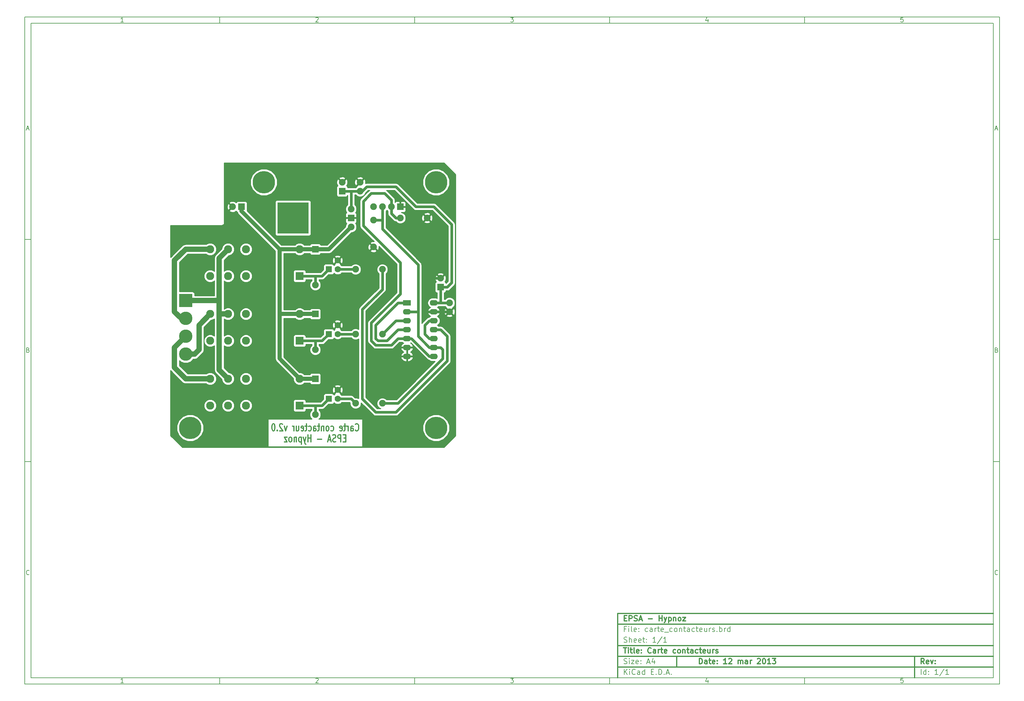
<source format=gbl>
G04 (created by PCBNEW-RS274X (2012-01-19 BZR 3256)-stable) date 12/03/2013 15:32:23*
G01*
G70*
G90*
%MOIN*%
G04 Gerber Fmt 3.4, Leading zero omitted, Abs format*
%FSLAX34Y34*%
G04 APERTURE LIST*
%ADD10C,0.006000*%
%ADD11C,0.012000*%
%ADD12R,0.070000X0.070000*%
%ADD13C,0.070000*%
%ADD14R,0.090000X0.090000*%
%ADD15C,0.090000*%
%ADD16C,0.075000*%
%ADD17R,0.350000X0.350000*%
%ADD18R,0.075000X0.075000*%
%ADD19R,0.090000X0.062000*%
%ADD20O,0.090000X0.062000*%
%ADD21C,0.150000*%
%ADD22R,0.150000X0.150000*%
%ADD23C,0.250000*%
%ADD24C,0.060000*%
%ADD25C,0.045000*%
%ADD26C,0.030000*%
%ADD27C,0.010000*%
G04 APERTURE END LIST*
G54D10*
X04000Y-04000D02*
X113000Y-04000D01*
X113000Y-78670D01*
X04000Y-78670D01*
X04000Y-04000D01*
X04700Y-04700D02*
X112300Y-04700D01*
X112300Y-77970D01*
X04700Y-77970D01*
X04700Y-04700D01*
X25800Y-04000D02*
X25800Y-04700D01*
X15043Y-04552D02*
X14757Y-04552D01*
X14900Y-04552D02*
X14900Y-04052D01*
X14852Y-04124D01*
X14805Y-04171D01*
X14757Y-04195D01*
X25800Y-78670D02*
X25800Y-77970D01*
X15043Y-78522D02*
X14757Y-78522D01*
X14900Y-78522D02*
X14900Y-78022D01*
X14852Y-78094D01*
X14805Y-78141D01*
X14757Y-78165D01*
X47600Y-04000D02*
X47600Y-04700D01*
X36557Y-04100D02*
X36581Y-04076D01*
X36629Y-04052D01*
X36748Y-04052D01*
X36795Y-04076D01*
X36819Y-04100D01*
X36843Y-04148D01*
X36843Y-04195D01*
X36819Y-04267D01*
X36533Y-04552D01*
X36843Y-04552D01*
X47600Y-78670D02*
X47600Y-77970D01*
X36557Y-78070D02*
X36581Y-78046D01*
X36629Y-78022D01*
X36748Y-78022D01*
X36795Y-78046D01*
X36819Y-78070D01*
X36843Y-78118D01*
X36843Y-78165D01*
X36819Y-78237D01*
X36533Y-78522D01*
X36843Y-78522D01*
X69400Y-04000D02*
X69400Y-04700D01*
X58333Y-04052D02*
X58643Y-04052D01*
X58476Y-04243D01*
X58548Y-04243D01*
X58595Y-04267D01*
X58619Y-04290D01*
X58643Y-04338D01*
X58643Y-04457D01*
X58619Y-04505D01*
X58595Y-04529D01*
X58548Y-04552D01*
X58405Y-04552D01*
X58357Y-04529D01*
X58333Y-04505D01*
X69400Y-78670D02*
X69400Y-77970D01*
X58333Y-78022D02*
X58643Y-78022D01*
X58476Y-78213D01*
X58548Y-78213D01*
X58595Y-78237D01*
X58619Y-78260D01*
X58643Y-78308D01*
X58643Y-78427D01*
X58619Y-78475D01*
X58595Y-78499D01*
X58548Y-78522D01*
X58405Y-78522D01*
X58357Y-78499D01*
X58333Y-78475D01*
X91200Y-04000D02*
X91200Y-04700D01*
X80395Y-04219D02*
X80395Y-04552D01*
X80276Y-04029D02*
X80157Y-04386D01*
X80467Y-04386D01*
X91200Y-78670D02*
X91200Y-77970D01*
X80395Y-78189D02*
X80395Y-78522D01*
X80276Y-77999D02*
X80157Y-78356D01*
X80467Y-78356D01*
X102219Y-04052D02*
X101981Y-04052D01*
X101957Y-04290D01*
X101981Y-04267D01*
X102029Y-04243D01*
X102148Y-04243D01*
X102195Y-04267D01*
X102219Y-04290D01*
X102243Y-04338D01*
X102243Y-04457D01*
X102219Y-04505D01*
X102195Y-04529D01*
X102148Y-04552D01*
X102029Y-04552D01*
X101981Y-04529D01*
X101957Y-04505D01*
X102219Y-78022D02*
X101981Y-78022D01*
X101957Y-78260D01*
X101981Y-78237D01*
X102029Y-78213D01*
X102148Y-78213D01*
X102195Y-78237D01*
X102219Y-78260D01*
X102243Y-78308D01*
X102243Y-78427D01*
X102219Y-78475D01*
X102195Y-78499D01*
X102148Y-78522D01*
X102029Y-78522D01*
X101981Y-78499D01*
X101957Y-78475D01*
X04000Y-28890D02*
X04700Y-28890D01*
X04231Y-16510D02*
X04469Y-16510D01*
X04184Y-16652D02*
X04350Y-16152D01*
X04517Y-16652D01*
X113000Y-28890D02*
X112300Y-28890D01*
X112531Y-16510D02*
X112769Y-16510D01*
X112484Y-16652D02*
X112650Y-16152D01*
X112817Y-16652D01*
X04000Y-53780D02*
X04700Y-53780D01*
X04386Y-41280D02*
X04457Y-41304D01*
X04481Y-41328D01*
X04505Y-41376D01*
X04505Y-41447D01*
X04481Y-41495D01*
X04457Y-41519D01*
X04410Y-41542D01*
X04219Y-41542D01*
X04219Y-41042D01*
X04386Y-41042D01*
X04433Y-41066D01*
X04457Y-41090D01*
X04481Y-41138D01*
X04481Y-41185D01*
X04457Y-41233D01*
X04433Y-41257D01*
X04386Y-41280D01*
X04219Y-41280D01*
X113000Y-53780D02*
X112300Y-53780D01*
X112686Y-41280D02*
X112757Y-41304D01*
X112781Y-41328D01*
X112805Y-41376D01*
X112805Y-41447D01*
X112781Y-41495D01*
X112757Y-41519D01*
X112710Y-41542D01*
X112519Y-41542D01*
X112519Y-41042D01*
X112686Y-41042D01*
X112733Y-41066D01*
X112757Y-41090D01*
X112781Y-41138D01*
X112781Y-41185D01*
X112757Y-41233D01*
X112733Y-41257D01*
X112686Y-41280D01*
X112519Y-41280D01*
X04505Y-66385D02*
X04481Y-66409D01*
X04410Y-66432D01*
X04362Y-66432D01*
X04290Y-66409D01*
X04243Y-66361D01*
X04219Y-66313D01*
X04195Y-66218D01*
X04195Y-66147D01*
X04219Y-66051D01*
X04243Y-66004D01*
X04290Y-65956D01*
X04362Y-65932D01*
X04410Y-65932D01*
X04481Y-65956D01*
X04505Y-65980D01*
X112805Y-66385D02*
X112781Y-66409D01*
X112710Y-66432D01*
X112662Y-66432D01*
X112590Y-66409D01*
X112543Y-66361D01*
X112519Y-66313D01*
X112495Y-66218D01*
X112495Y-66147D01*
X112519Y-66051D01*
X112543Y-66004D01*
X112590Y-65956D01*
X112662Y-65932D01*
X112710Y-65932D01*
X112781Y-65956D01*
X112805Y-65980D01*
G54D11*
X79443Y-76413D02*
X79443Y-75813D01*
X79586Y-75813D01*
X79671Y-75841D01*
X79729Y-75899D01*
X79757Y-75956D01*
X79786Y-76070D01*
X79786Y-76156D01*
X79757Y-76270D01*
X79729Y-76327D01*
X79671Y-76384D01*
X79586Y-76413D01*
X79443Y-76413D01*
X80300Y-76413D02*
X80300Y-76099D01*
X80271Y-76041D01*
X80214Y-76013D01*
X80100Y-76013D01*
X80043Y-76041D01*
X80300Y-76384D02*
X80243Y-76413D01*
X80100Y-76413D01*
X80043Y-76384D01*
X80014Y-76327D01*
X80014Y-76270D01*
X80043Y-76213D01*
X80100Y-76184D01*
X80243Y-76184D01*
X80300Y-76156D01*
X80500Y-76013D02*
X80729Y-76013D01*
X80586Y-75813D02*
X80586Y-76327D01*
X80614Y-76384D01*
X80672Y-76413D01*
X80729Y-76413D01*
X81157Y-76384D02*
X81100Y-76413D01*
X80986Y-76413D01*
X80929Y-76384D01*
X80900Y-76327D01*
X80900Y-76099D01*
X80929Y-76041D01*
X80986Y-76013D01*
X81100Y-76013D01*
X81157Y-76041D01*
X81186Y-76099D01*
X81186Y-76156D01*
X80900Y-76213D01*
X81443Y-76356D02*
X81471Y-76384D01*
X81443Y-76413D01*
X81414Y-76384D01*
X81443Y-76356D01*
X81443Y-76413D01*
X81443Y-76041D02*
X81471Y-76070D01*
X81443Y-76099D01*
X81414Y-76070D01*
X81443Y-76041D01*
X81443Y-76099D01*
X82500Y-76413D02*
X82157Y-76413D01*
X82329Y-76413D02*
X82329Y-75813D01*
X82272Y-75899D01*
X82214Y-75956D01*
X82157Y-75984D01*
X82728Y-75870D02*
X82757Y-75841D01*
X82814Y-75813D01*
X82957Y-75813D01*
X83014Y-75841D01*
X83043Y-75870D01*
X83071Y-75927D01*
X83071Y-75984D01*
X83043Y-76070D01*
X82700Y-76413D01*
X83071Y-76413D01*
X83785Y-76413D02*
X83785Y-76013D01*
X83785Y-76070D02*
X83813Y-76041D01*
X83871Y-76013D01*
X83956Y-76013D01*
X84013Y-76041D01*
X84042Y-76099D01*
X84042Y-76413D01*
X84042Y-76099D02*
X84071Y-76041D01*
X84128Y-76013D01*
X84213Y-76013D01*
X84271Y-76041D01*
X84299Y-76099D01*
X84299Y-76413D01*
X84842Y-76413D02*
X84842Y-76099D01*
X84813Y-76041D01*
X84756Y-76013D01*
X84642Y-76013D01*
X84585Y-76041D01*
X84842Y-76384D02*
X84785Y-76413D01*
X84642Y-76413D01*
X84585Y-76384D01*
X84556Y-76327D01*
X84556Y-76270D01*
X84585Y-76213D01*
X84642Y-76184D01*
X84785Y-76184D01*
X84842Y-76156D01*
X85128Y-76413D02*
X85128Y-76013D01*
X85128Y-76127D02*
X85156Y-76070D01*
X85185Y-76041D01*
X85242Y-76013D01*
X85299Y-76013D01*
X85927Y-75870D02*
X85956Y-75841D01*
X86013Y-75813D01*
X86156Y-75813D01*
X86213Y-75841D01*
X86242Y-75870D01*
X86270Y-75927D01*
X86270Y-75984D01*
X86242Y-76070D01*
X85899Y-76413D01*
X86270Y-76413D01*
X86641Y-75813D02*
X86698Y-75813D01*
X86755Y-75841D01*
X86784Y-75870D01*
X86813Y-75927D01*
X86841Y-76041D01*
X86841Y-76184D01*
X86813Y-76299D01*
X86784Y-76356D01*
X86755Y-76384D01*
X86698Y-76413D01*
X86641Y-76413D01*
X86584Y-76384D01*
X86555Y-76356D01*
X86527Y-76299D01*
X86498Y-76184D01*
X86498Y-76041D01*
X86527Y-75927D01*
X86555Y-75870D01*
X86584Y-75841D01*
X86641Y-75813D01*
X87412Y-76413D02*
X87069Y-76413D01*
X87241Y-76413D02*
X87241Y-75813D01*
X87184Y-75899D01*
X87126Y-75956D01*
X87069Y-75984D01*
X87612Y-75813D02*
X87983Y-75813D01*
X87783Y-76041D01*
X87869Y-76041D01*
X87926Y-76070D01*
X87955Y-76099D01*
X87983Y-76156D01*
X87983Y-76299D01*
X87955Y-76356D01*
X87926Y-76384D01*
X87869Y-76413D01*
X87697Y-76413D01*
X87640Y-76384D01*
X87612Y-76356D01*
G54D10*
X71043Y-77613D02*
X71043Y-77013D01*
X71386Y-77613D02*
X71129Y-77270D01*
X71386Y-77013D02*
X71043Y-77356D01*
X71643Y-77613D02*
X71643Y-77213D01*
X71643Y-77013D02*
X71614Y-77041D01*
X71643Y-77070D01*
X71671Y-77041D01*
X71643Y-77013D01*
X71643Y-77070D01*
X72272Y-77556D02*
X72243Y-77584D01*
X72157Y-77613D01*
X72100Y-77613D01*
X72015Y-77584D01*
X71957Y-77527D01*
X71929Y-77470D01*
X71900Y-77356D01*
X71900Y-77270D01*
X71929Y-77156D01*
X71957Y-77099D01*
X72015Y-77041D01*
X72100Y-77013D01*
X72157Y-77013D01*
X72243Y-77041D01*
X72272Y-77070D01*
X72786Y-77613D02*
X72786Y-77299D01*
X72757Y-77241D01*
X72700Y-77213D01*
X72586Y-77213D01*
X72529Y-77241D01*
X72786Y-77584D02*
X72729Y-77613D01*
X72586Y-77613D01*
X72529Y-77584D01*
X72500Y-77527D01*
X72500Y-77470D01*
X72529Y-77413D01*
X72586Y-77384D01*
X72729Y-77384D01*
X72786Y-77356D01*
X73329Y-77613D02*
X73329Y-77013D01*
X73329Y-77584D02*
X73272Y-77613D01*
X73158Y-77613D01*
X73100Y-77584D01*
X73072Y-77556D01*
X73043Y-77499D01*
X73043Y-77327D01*
X73072Y-77270D01*
X73100Y-77241D01*
X73158Y-77213D01*
X73272Y-77213D01*
X73329Y-77241D01*
X74072Y-77299D02*
X74272Y-77299D01*
X74358Y-77613D02*
X74072Y-77613D01*
X74072Y-77013D01*
X74358Y-77013D01*
X74615Y-77556D02*
X74643Y-77584D01*
X74615Y-77613D01*
X74586Y-77584D01*
X74615Y-77556D01*
X74615Y-77613D01*
X74901Y-77613D02*
X74901Y-77013D01*
X75044Y-77013D01*
X75129Y-77041D01*
X75187Y-77099D01*
X75215Y-77156D01*
X75244Y-77270D01*
X75244Y-77356D01*
X75215Y-77470D01*
X75187Y-77527D01*
X75129Y-77584D01*
X75044Y-77613D01*
X74901Y-77613D01*
X75501Y-77556D02*
X75529Y-77584D01*
X75501Y-77613D01*
X75472Y-77584D01*
X75501Y-77556D01*
X75501Y-77613D01*
X75758Y-77441D02*
X76044Y-77441D01*
X75701Y-77613D02*
X75901Y-77013D01*
X76101Y-77613D01*
X76301Y-77556D02*
X76329Y-77584D01*
X76301Y-77613D01*
X76272Y-77584D01*
X76301Y-77556D01*
X76301Y-77613D01*
G54D11*
X104586Y-76413D02*
X104386Y-76127D01*
X104243Y-76413D02*
X104243Y-75813D01*
X104471Y-75813D01*
X104529Y-75841D01*
X104557Y-75870D01*
X104586Y-75927D01*
X104586Y-76013D01*
X104557Y-76070D01*
X104529Y-76099D01*
X104471Y-76127D01*
X104243Y-76127D01*
X105071Y-76384D02*
X105014Y-76413D01*
X104900Y-76413D01*
X104843Y-76384D01*
X104814Y-76327D01*
X104814Y-76099D01*
X104843Y-76041D01*
X104900Y-76013D01*
X105014Y-76013D01*
X105071Y-76041D01*
X105100Y-76099D01*
X105100Y-76156D01*
X104814Y-76213D01*
X105300Y-76013D02*
X105443Y-76413D01*
X105585Y-76013D01*
X105814Y-76356D02*
X105842Y-76384D01*
X105814Y-76413D01*
X105785Y-76384D01*
X105814Y-76356D01*
X105814Y-76413D01*
X105814Y-76041D02*
X105842Y-76070D01*
X105814Y-76099D01*
X105785Y-76070D01*
X105814Y-76041D01*
X105814Y-76099D01*
G54D10*
X71014Y-76384D02*
X71100Y-76413D01*
X71243Y-76413D01*
X71300Y-76384D01*
X71329Y-76356D01*
X71357Y-76299D01*
X71357Y-76241D01*
X71329Y-76184D01*
X71300Y-76156D01*
X71243Y-76127D01*
X71129Y-76099D01*
X71071Y-76070D01*
X71043Y-76041D01*
X71014Y-75984D01*
X71014Y-75927D01*
X71043Y-75870D01*
X71071Y-75841D01*
X71129Y-75813D01*
X71271Y-75813D01*
X71357Y-75841D01*
X71614Y-76413D02*
X71614Y-76013D01*
X71614Y-75813D02*
X71585Y-75841D01*
X71614Y-75870D01*
X71642Y-75841D01*
X71614Y-75813D01*
X71614Y-75870D01*
X71843Y-76013D02*
X72157Y-76013D01*
X71843Y-76413D01*
X72157Y-76413D01*
X72614Y-76384D02*
X72557Y-76413D01*
X72443Y-76413D01*
X72386Y-76384D01*
X72357Y-76327D01*
X72357Y-76099D01*
X72386Y-76041D01*
X72443Y-76013D01*
X72557Y-76013D01*
X72614Y-76041D01*
X72643Y-76099D01*
X72643Y-76156D01*
X72357Y-76213D01*
X72900Y-76356D02*
X72928Y-76384D01*
X72900Y-76413D01*
X72871Y-76384D01*
X72900Y-76356D01*
X72900Y-76413D01*
X72900Y-76041D02*
X72928Y-76070D01*
X72900Y-76099D01*
X72871Y-76070D01*
X72900Y-76041D01*
X72900Y-76099D01*
X73614Y-76241D02*
X73900Y-76241D01*
X73557Y-76413D02*
X73757Y-75813D01*
X73957Y-76413D01*
X74414Y-76013D02*
X74414Y-76413D01*
X74271Y-75784D02*
X74128Y-76213D01*
X74500Y-76213D01*
X104243Y-77613D02*
X104243Y-77013D01*
X104786Y-77613D02*
X104786Y-77013D01*
X104786Y-77584D02*
X104729Y-77613D01*
X104615Y-77613D01*
X104557Y-77584D01*
X104529Y-77556D01*
X104500Y-77499D01*
X104500Y-77327D01*
X104529Y-77270D01*
X104557Y-77241D01*
X104615Y-77213D01*
X104729Y-77213D01*
X104786Y-77241D01*
X105072Y-77556D02*
X105100Y-77584D01*
X105072Y-77613D01*
X105043Y-77584D01*
X105072Y-77556D01*
X105072Y-77613D01*
X105072Y-77241D02*
X105100Y-77270D01*
X105072Y-77299D01*
X105043Y-77270D01*
X105072Y-77241D01*
X105072Y-77299D01*
X106129Y-77613D02*
X105786Y-77613D01*
X105958Y-77613D02*
X105958Y-77013D01*
X105901Y-77099D01*
X105843Y-77156D01*
X105786Y-77184D01*
X106814Y-76984D02*
X106300Y-77756D01*
X107329Y-77613D02*
X106986Y-77613D01*
X107158Y-77613D02*
X107158Y-77013D01*
X107101Y-77099D01*
X107043Y-77156D01*
X106986Y-77184D01*
G54D11*
X70957Y-74613D02*
X71300Y-74613D01*
X71129Y-75213D02*
X71129Y-74613D01*
X71500Y-75213D02*
X71500Y-74813D01*
X71500Y-74613D02*
X71471Y-74641D01*
X71500Y-74670D01*
X71528Y-74641D01*
X71500Y-74613D01*
X71500Y-74670D01*
X71700Y-74813D02*
X71929Y-74813D01*
X71786Y-74613D02*
X71786Y-75127D01*
X71814Y-75184D01*
X71872Y-75213D01*
X71929Y-75213D01*
X72215Y-75213D02*
X72157Y-75184D01*
X72129Y-75127D01*
X72129Y-74613D01*
X72671Y-75184D02*
X72614Y-75213D01*
X72500Y-75213D01*
X72443Y-75184D01*
X72414Y-75127D01*
X72414Y-74899D01*
X72443Y-74841D01*
X72500Y-74813D01*
X72614Y-74813D01*
X72671Y-74841D01*
X72700Y-74899D01*
X72700Y-74956D01*
X72414Y-75013D01*
X72957Y-75156D02*
X72985Y-75184D01*
X72957Y-75213D01*
X72928Y-75184D01*
X72957Y-75156D01*
X72957Y-75213D01*
X72957Y-74841D02*
X72985Y-74870D01*
X72957Y-74899D01*
X72928Y-74870D01*
X72957Y-74841D01*
X72957Y-74899D01*
X74043Y-75156D02*
X74014Y-75184D01*
X73928Y-75213D01*
X73871Y-75213D01*
X73786Y-75184D01*
X73728Y-75127D01*
X73700Y-75070D01*
X73671Y-74956D01*
X73671Y-74870D01*
X73700Y-74756D01*
X73728Y-74699D01*
X73786Y-74641D01*
X73871Y-74613D01*
X73928Y-74613D01*
X74014Y-74641D01*
X74043Y-74670D01*
X74557Y-75213D02*
X74557Y-74899D01*
X74528Y-74841D01*
X74471Y-74813D01*
X74357Y-74813D01*
X74300Y-74841D01*
X74557Y-75184D02*
X74500Y-75213D01*
X74357Y-75213D01*
X74300Y-75184D01*
X74271Y-75127D01*
X74271Y-75070D01*
X74300Y-75013D01*
X74357Y-74984D01*
X74500Y-74984D01*
X74557Y-74956D01*
X74843Y-75213D02*
X74843Y-74813D01*
X74843Y-74927D02*
X74871Y-74870D01*
X74900Y-74841D01*
X74957Y-74813D01*
X75014Y-74813D01*
X75128Y-74813D02*
X75357Y-74813D01*
X75214Y-74613D02*
X75214Y-75127D01*
X75242Y-75184D01*
X75300Y-75213D01*
X75357Y-75213D01*
X75785Y-75184D02*
X75728Y-75213D01*
X75614Y-75213D01*
X75557Y-75184D01*
X75528Y-75127D01*
X75528Y-74899D01*
X75557Y-74841D01*
X75614Y-74813D01*
X75728Y-74813D01*
X75785Y-74841D01*
X75814Y-74899D01*
X75814Y-74956D01*
X75528Y-75013D01*
X76785Y-75184D02*
X76728Y-75213D01*
X76614Y-75213D01*
X76556Y-75184D01*
X76528Y-75156D01*
X76499Y-75099D01*
X76499Y-74927D01*
X76528Y-74870D01*
X76556Y-74841D01*
X76614Y-74813D01*
X76728Y-74813D01*
X76785Y-74841D01*
X77128Y-75213D02*
X77070Y-75184D01*
X77042Y-75156D01*
X77013Y-75099D01*
X77013Y-74927D01*
X77042Y-74870D01*
X77070Y-74841D01*
X77128Y-74813D01*
X77213Y-74813D01*
X77270Y-74841D01*
X77299Y-74870D01*
X77328Y-74927D01*
X77328Y-75099D01*
X77299Y-75156D01*
X77270Y-75184D01*
X77213Y-75213D01*
X77128Y-75213D01*
X77585Y-74813D02*
X77585Y-75213D01*
X77585Y-74870D02*
X77613Y-74841D01*
X77671Y-74813D01*
X77756Y-74813D01*
X77813Y-74841D01*
X77842Y-74899D01*
X77842Y-75213D01*
X78042Y-74813D02*
X78271Y-74813D01*
X78128Y-74613D02*
X78128Y-75127D01*
X78156Y-75184D01*
X78214Y-75213D01*
X78271Y-75213D01*
X78728Y-75213D02*
X78728Y-74899D01*
X78699Y-74841D01*
X78642Y-74813D01*
X78528Y-74813D01*
X78471Y-74841D01*
X78728Y-75184D02*
X78671Y-75213D01*
X78528Y-75213D01*
X78471Y-75184D01*
X78442Y-75127D01*
X78442Y-75070D01*
X78471Y-75013D01*
X78528Y-74984D01*
X78671Y-74984D01*
X78728Y-74956D01*
X79271Y-75184D02*
X79214Y-75213D01*
X79100Y-75213D01*
X79042Y-75184D01*
X79014Y-75156D01*
X78985Y-75099D01*
X78985Y-74927D01*
X79014Y-74870D01*
X79042Y-74841D01*
X79100Y-74813D01*
X79214Y-74813D01*
X79271Y-74841D01*
X79442Y-74813D02*
X79671Y-74813D01*
X79528Y-74613D02*
X79528Y-75127D01*
X79556Y-75184D01*
X79614Y-75213D01*
X79671Y-75213D01*
X80099Y-75184D02*
X80042Y-75213D01*
X79928Y-75213D01*
X79871Y-75184D01*
X79842Y-75127D01*
X79842Y-74899D01*
X79871Y-74841D01*
X79928Y-74813D01*
X80042Y-74813D01*
X80099Y-74841D01*
X80128Y-74899D01*
X80128Y-74956D01*
X79842Y-75013D01*
X80642Y-74813D02*
X80642Y-75213D01*
X80385Y-74813D02*
X80385Y-75127D01*
X80413Y-75184D01*
X80471Y-75213D01*
X80556Y-75213D01*
X80613Y-75184D01*
X80642Y-75156D01*
X80928Y-75213D02*
X80928Y-74813D01*
X80928Y-74927D02*
X80956Y-74870D01*
X80985Y-74841D01*
X81042Y-74813D01*
X81099Y-74813D01*
X81270Y-75184D02*
X81327Y-75213D01*
X81442Y-75213D01*
X81499Y-75184D01*
X81527Y-75127D01*
X81527Y-75099D01*
X81499Y-75041D01*
X81442Y-75013D01*
X81356Y-75013D01*
X81299Y-74984D01*
X81270Y-74927D01*
X81270Y-74899D01*
X81299Y-74841D01*
X81356Y-74813D01*
X81442Y-74813D01*
X81499Y-74841D01*
G54D10*
X71243Y-72499D02*
X71043Y-72499D01*
X71043Y-72813D02*
X71043Y-72213D01*
X71329Y-72213D01*
X71557Y-72813D02*
X71557Y-72413D01*
X71557Y-72213D02*
X71528Y-72241D01*
X71557Y-72270D01*
X71585Y-72241D01*
X71557Y-72213D01*
X71557Y-72270D01*
X71929Y-72813D02*
X71871Y-72784D01*
X71843Y-72727D01*
X71843Y-72213D01*
X72385Y-72784D02*
X72328Y-72813D01*
X72214Y-72813D01*
X72157Y-72784D01*
X72128Y-72727D01*
X72128Y-72499D01*
X72157Y-72441D01*
X72214Y-72413D01*
X72328Y-72413D01*
X72385Y-72441D01*
X72414Y-72499D01*
X72414Y-72556D01*
X72128Y-72613D01*
X72671Y-72756D02*
X72699Y-72784D01*
X72671Y-72813D01*
X72642Y-72784D01*
X72671Y-72756D01*
X72671Y-72813D01*
X72671Y-72441D02*
X72699Y-72470D01*
X72671Y-72499D01*
X72642Y-72470D01*
X72671Y-72441D01*
X72671Y-72499D01*
X73671Y-72784D02*
X73614Y-72813D01*
X73500Y-72813D01*
X73442Y-72784D01*
X73414Y-72756D01*
X73385Y-72699D01*
X73385Y-72527D01*
X73414Y-72470D01*
X73442Y-72441D01*
X73500Y-72413D01*
X73614Y-72413D01*
X73671Y-72441D01*
X74185Y-72813D02*
X74185Y-72499D01*
X74156Y-72441D01*
X74099Y-72413D01*
X73985Y-72413D01*
X73928Y-72441D01*
X74185Y-72784D02*
X74128Y-72813D01*
X73985Y-72813D01*
X73928Y-72784D01*
X73899Y-72727D01*
X73899Y-72670D01*
X73928Y-72613D01*
X73985Y-72584D01*
X74128Y-72584D01*
X74185Y-72556D01*
X74471Y-72813D02*
X74471Y-72413D01*
X74471Y-72527D02*
X74499Y-72470D01*
X74528Y-72441D01*
X74585Y-72413D01*
X74642Y-72413D01*
X74756Y-72413D02*
X74985Y-72413D01*
X74842Y-72213D02*
X74842Y-72727D01*
X74870Y-72784D01*
X74928Y-72813D01*
X74985Y-72813D01*
X75413Y-72784D02*
X75356Y-72813D01*
X75242Y-72813D01*
X75185Y-72784D01*
X75156Y-72727D01*
X75156Y-72499D01*
X75185Y-72441D01*
X75242Y-72413D01*
X75356Y-72413D01*
X75413Y-72441D01*
X75442Y-72499D01*
X75442Y-72556D01*
X75156Y-72613D01*
X75556Y-72870D02*
X76013Y-72870D01*
X76413Y-72784D02*
X76356Y-72813D01*
X76242Y-72813D01*
X76184Y-72784D01*
X76156Y-72756D01*
X76127Y-72699D01*
X76127Y-72527D01*
X76156Y-72470D01*
X76184Y-72441D01*
X76242Y-72413D01*
X76356Y-72413D01*
X76413Y-72441D01*
X76756Y-72813D02*
X76698Y-72784D01*
X76670Y-72756D01*
X76641Y-72699D01*
X76641Y-72527D01*
X76670Y-72470D01*
X76698Y-72441D01*
X76756Y-72413D01*
X76841Y-72413D01*
X76898Y-72441D01*
X76927Y-72470D01*
X76956Y-72527D01*
X76956Y-72699D01*
X76927Y-72756D01*
X76898Y-72784D01*
X76841Y-72813D01*
X76756Y-72813D01*
X77213Y-72413D02*
X77213Y-72813D01*
X77213Y-72470D02*
X77241Y-72441D01*
X77299Y-72413D01*
X77384Y-72413D01*
X77441Y-72441D01*
X77470Y-72499D01*
X77470Y-72813D01*
X77670Y-72413D02*
X77899Y-72413D01*
X77756Y-72213D02*
X77756Y-72727D01*
X77784Y-72784D01*
X77842Y-72813D01*
X77899Y-72813D01*
X78356Y-72813D02*
X78356Y-72499D01*
X78327Y-72441D01*
X78270Y-72413D01*
X78156Y-72413D01*
X78099Y-72441D01*
X78356Y-72784D02*
X78299Y-72813D01*
X78156Y-72813D01*
X78099Y-72784D01*
X78070Y-72727D01*
X78070Y-72670D01*
X78099Y-72613D01*
X78156Y-72584D01*
X78299Y-72584D01*
X78356Y-72556D01*
X78899Y-72784D02*
X78842Y-72813D01*
X78728Y-72813D01*
X78670Y-72784D01*
X78642Y-72756D01*
X78613Y-72699D01*
X78613Y-72527D01*
X78642Y-72470D01*
X78670Y-72441D01*
X78728Y-72413D01*
X78842Y-72413D01*
X78899Y-72441D01*
X79070Y-72413D02*
X79299Y-72413D01*
X79156Y-72213D02*
X79156Y-72727D01*
X79184Y-72784D01*
X79242Y-72813D01*
X79299Y-72813D01*
X79727Y-72784D02*
X79670Y-72813D01*
X79556Y-72813D01*
X79499Y-72784D01*
X79470Y-72727D01*
X79470Y-72499D01*
X79499Y-72441D01*
X79556Y-72413D01*
X79670Y-72413D01*
X79727Y-72441D01*
X79756Y-72499D01*
X79756Y-72556D01*
X79470Y-72613D01*
X80270Y-72413D02*
X80270Y-72813D01*
X80013Y-72413D02*
X80013Y-72727D01*
X80041Y-72784D01*
X80099Y-72813D01*
X80184Y-72813D01*
X80241Y-72784D01*
X80270Y-72756D01*
X80556Y-72813D02*
X80556Y-72413D01*
X80556Y-72527D02*
X80584Y-72470D01*
X80613Y-72441D01*
X80670Y-72413D01*
X80727Y-72413D01*
X80898Y-72784D02*
X80955Y-72813D01*
X81070Y-72813D01*
X81127Y-72784D01*
X81155Y-72727D01*
X81155Y-72699D01*
X81127Y-72641D01*
X81070Y-72613D01*
X80984Y-72613D01*
X80927Y-72584D01*
X80898Y-72527D01*
X80898Y-72499D01*
X80927Y-72441D01*
X80984Y-72413D01*
X81070Y-72413D01*
X81127Y-72441D01*
X81413Y-72756D02*
X81441Y-72784D01*
X81413Y-72813D01*
X81384Y-72784D01*
X81413Y-72756D01*
X81413Y-72813D01*
X81699Y-72813D02*
X81699Y-72213D01*
X81699Y-72441D02*
X81756Y-72413D01*
X81870Y-72413D01*
X81927Y-72441D01*
X81956Y-72470D01*
X81985Y-72527D01*
X81985Y-72699D01*
X81956Y-72756D01*
X81927Y-72784D01*
X81870Y-72813D01*
X81756Y-72813D01*
X81699Y-72784D01*
X82242Y-72813D02*
X82242Y-72413D01*
X82242Y-72527D02*
X82270Y-72470D01*
X82299Y-72441D01*
X82356Y-72413D01*
X82413Y-72413D01*
X82870Y-72813D02*
X82870Y-72213D01*
X82870Y-72784D02*
X82813Y-72813D01*
X82699Y-72813D01*
X82641Y-72784D01*
X82613Y-72756D01*
X82584Y-72699D01*
X82584Y-72527D01*
X82613Y-72470D01*
X82641Y-72441D01*
X82699Y-72413D01*
X82813Y-72413D01*
X82870Y-72441D01*
X71014Y-73984D02*
X71100Y-74013D01*
X71243Y-74013D01*
X71300Y-73984D01*
X71329Y-73956D01*
X71357Y-73899D01*
X71357Y-73841D01*
X71329Y-73784D01*
X71300Y-73756D01*
X71243Y-73727D01*
X71129Y-73699D01*
X71071Y-73670D01*
X71043Y-73641D01*
X71014Y-73584D01*
X71014Y-73527D01*
X71043Y-73470D01*
X71071Y-73441D01*
X71129Y-73413D01*
X71271Y-73413D01*
X71357Y-73441D01*
X71614Y-74013D02*
X71614Y-73413D01*
X71871Y-74013D02*
X71871Y-73699D01*
X71842Y-73641D01*
X71785Y-73613D01*
X71700Y-73613D01*
X71642Y-73641D01*
X71614Y-73670D01*
X72385Y-73984D02*
X72328Y-74013D01*
X72214Y-74013D01*
X72157Y-73984D01*
X72128Y-73927D01*
X72128Y-73699D01*
X72157Y-73641D01*
X72214Y-73613D01*
X72328Y-73613D01*
X72385Y-73641D01*
X72414Y-73699D01*
X72414Y-73756D01*
X72128Y-73813D01*
X72899Y-73984D02*
X72842Y-74013D01*
X72728Y-74013D01*
X72671Y-73984D01*
X72642Y-73927D01*
X72642Y-73699D01*
X72671Y-73641D01*
X72728Y-73613D01*
X72842Y-73613D01*
X72899Y-73641D01*
X72928Y-73699D01*
X72928Y-73756D01*
X72642Y-73813D01*
X73099Y-73613D02*
X73328Y-73613D01*
X73185Y-73413D02*
X73185Y-73927D01*
X73213Y-73984D01*
X73271Y-74013D01*
X73328Y-74013D01*
X73528Y-73956D02*
X73556Y-73984D01*
X73528Y-74013D01*
X73499Y-73984D01*
X73528Y-73956D01*
X73528Y-74013D01*
X73528Y-73641D02*
X73556Y-73670D01*
X73528Y-73699D01*
X73499Y-73670D01*
X73528Y-73641D01*
X73528Y-73699D01*
X74585Y-74013D02*
X74242Y-74013D01*
X74414Y-74013D02*
X74414Y-73413D01*
X74357Y-73499D01*
X74299Y-73556D01*
X74242Y-73584D01*
X75270Y-73384D02*
X74756Y-74156D01*
X75785Y-74013D02*
X75442Y-74013D01*
X75614Y-74013D02*
X75614Y-73413D01*
X75557Y-73499D01*
X75499Y-73556D01*
X75442Y-73584D01*
G54D11*
X71043Y-71299D02*
X71243Y-71299D01*
X71329Y-71613D02*
X71043Y-71613D01*
X71043Y-71013D01*
X71329Y-71013D01*
X71586Y-71613D02*
X71586Y-71013D01*
X71814Y-71013D01*
X71872Y-71041D01*
X71900Y-71070D01*
X71929Y-71127D01*
X71929Y-71213D01*
X71900Y-71270D01*
X71872Y-71299D01*
X71814Y-71327D01*
X71586Y-71327D01*
X72157Y-71584D02*
X72243Y-71613D01*
X72386Y-71613D01*
X72443Y-71584D01*
X72472Y-71556D01*
X72500Y-71499D01*
X72500Y-71441D01*
X72472Y-71384D01*
X72443Y-71356D01*
X72386Y-71327D01*
X72272Y-71299D01*
X72214Y-71270D01*
X72186Y-71241D01*
X72157Y-71184D01*
X72157Y-71127D01*
X72186Y-71070D01*
X72214Y-71041D01*
X72272Y-71013D01*
X72414Y-71013D01*
X72500Y-71041D01*
X72728Y-71441D02*
X73014Y-71441D01*
X72671Y-71613D02*
X72871Y-71013D01*
X73071Y-71613D01*
X73728Y-71384D02*
X74185Y-71384D01*
X74928Y-71613D02*
X74928Y-71013D01*
X74928Y-71299D02*
X75271Y-71299D01*
X75271Y-71613D02*
X75271Y-71013D01*
X75500Y-71213D02*
X75643Y-71613D01*
X75785Y-71213D02*
X75643Y-71613D01*
X75585Y-71756D01*
X75557Y-71784D01*
X75500Y-71813D01*
X76014Y-71213D02*
X76014Y-71813D01*
X76014Y-71241D02*
X76071Y-71213D01*
X76185Y-71213D01*
X76242Y-71241D01*
X76271Y-71270D01*
X76300Y-71327D01*
X76300Y-71499D01*
X76271Y-71556D01*
X76242Y-71584D01*
X76185Y-71613D01*
X76071Y-71613D01*
X76014Y-71584D01*
X76557Y-71213D02*
X76557Y-71613D01*
X76557Y-71270D02*
X76585Y-71241D01*
X76643Y-71213D01*
X76728Y-71213D01*
X76785Y-71241D01*
X76814Y-71299D01*
X76814Y-71613D01*
X77186Y-71613D02*
X77128Y-71584D01*
X77100Y-71556D01*
X77071Y-71499D01*
X77071Y-71327D01*
X77100Y-71270D01*
X77128Y-71241D01*
X77186Y-71213D01*
X77271Y-71213D01*
X77328Y-71241D01*
X77357Y-71270D01*
X77386Y-71327D01*
X77386Y-71499D01*
X77357Y-71556D01*
X77328Y-71584D01*
X77271Y-71613D01*
X77186Y-71613D01*
X77586Y-71213D02*
X77900Y-71213D01*
X77586Y-71613D01*
X77900Y-71613D01*
X70300Y-70770D02*
X70300Y-77970D01*
X70300Y-71970D02*
X112300Y-71970D01*
X70300Y-70770D02*
X112300Y-70770D01*
X70300Y-74370D02*
X112300Y-74370D01*
X103500Y-75570D02*
X103500Y-77970D01*
X70300Y-76770D02*
X112300Y-76770D01*
X70300Y-75570D02*
X112300Y-75570D01*
X76900Y-75570D02*
X76900Y-76770D01*
X40984Y-50248D02*
X41013Y-50286D01*
X41099Y-50324D01*
X41156Y-50324D01*
X41241Y-50286D01*
X41299Y-50210D01*
X41327Y-50133D01*
X41356Y-49981D01*
X41356Y-49867D01*
X41327Y-49714D01*
X41299Y-49638D01*
X41241Y-49562D01*
X41156Y-49524D01*
X41099Y-49524D01*
X41013Y-49562D01*
X40984Y-49600D01*
X40470Y-50324D02*
X40470Y-49905D01*
X40499Y-49829D01*
X40556Y-49790D01*
X40670Y-49790D01*
X40727Y-49829D01*
X40470Y-50286D02*
X40527Y-50324D01*
X40670Y-50324D01*
X40727Y-50286D01*
X40756Y-50210D01*
X40756Y-50133D01*
X40727Y-50057D01*
X40670Y-50019D01*
X40527Y-50019D01*
X40470Y-49981D01*
X40184Y-50324D02*
X40184Y-49790D01*
X40184Y-49943D02*
X40156Y-49867D01*
X40127Y-49829D01*
X40070Y-49790D01*
X40013Y-49790D01*
X39899Y-49790D02*
X39670Y-49790D01*
X39813Y-49524D02*
X39813Y-50210D01*
X39785Y-50286D01*
X39727Y-50324D01*
X39670Y-50324D01*
X39242Y-50286D02*
X39299Y-50324D01*
X39413Y-50324D01*
X39470Y-50286D01*
X39499Y-50210D01*
X39499Y-49905D01*
X39470Y-49829D01*
X39413Y-49790D01*
X39299Y-49790D01*
X39242Y-49829D01*
X39213Y-49905D01*
X39213Y-49981D01*
X39499Y-50057D01*
X38242Y-50286D02*
X38299Y-50324D01*
X38413Y-50324D01*
X38471Y-50286D01*
X38499Y-50248D01*
X38528Y-50171D01*
X38528Y-49943D01*
X38499Y-49867D01*
X38471Y-49829D01*
X38413Y-49790D01*
X38299Y-49790D01*
X38242Y-49829D01*
X37899Y-50324D02*
X37957Y-50286D01*
X37985Y-50248D01*
X38014Y-50171D01*
X38014Y-49943D01*
X37985Y-49867D01*
X37957Y-49829D01*
X37899Y-49790D01*
X37814Y-49790D01*
X37757Y-49829D01*
X37728Y-49867D01*
X37699Y-49943D01*
X37699Y-50171D01*
X37728Y-50248D01*
X37757Y-50286D01*
X37814Y-50324D01*
X37899Y-50324D01*
X37442Y-49790D02*
X37442Y-50324D01*
X37442Y-49867D02*
X37414Y-49829D01*
X37356Y-49790D01*
X37271Y-49790D01*
X37214Y-49829D01*
X37185Y-49905D01*
X37185Y-50324D01*
X36985Y-49790D02*
X36756Y-49790D01*
X36899Y-49524D02*
X36899Y-50210D01*
X36871Y-50286D01*
X36813Y-50324D01*
X36756Y-50324D01*
X36299Y-50324D02*
X36299Y-49905D01*
X36328Y-49829D01*
X36385Y-49790D01*
X36499Y-49790D01*
X36556Y-49829D01*
X36299Y-50286D02*
X36356Y-50324D01*
X36499Y-50324D01*
X36556Y-50286D01*
X36585Y-50210D01*
X36585Y-50133D01*
X36556Y-50057D01*
X36499Y-50019D01*
X36356Y-50019D01*
X36299Y-49981D01*
X35756Y-50286D02*
X35813Y-50324D01*
X35927Y-50324D01*
X35985Y-50286D01*
X36013Y-50248D01*
X36042Y-50171D01*
X36042Y-49943D01*
X36013Y-49867D01*
X35985Y-49829D01*
X35927Y-49790D01*
X35813Y-49790D01*
X35756Y-49829D01*
X35585Y-49790D02*
X35356Y-49790D01*
X35499Y-49524D02*
X35499Y-50210D01*
X35471Y-50286D01*
X35413Y-50324D01*
X35356Y-50324D01*
X34928Y-50286D02*
X34985Y-50324D01*
X35099Y-50324D01*
X35156Y-50286D01*
X35185Y-50210D01*
X35185Y-49905D01*
X35156Y-49829D01*
X35099Y-49790D01*
X34985Y-49790D01*
X34928Y-49829D01*
X34899Y-49905D01*
X34899Y-49981D01*
X35185Y-50057D01*
X34385Y-49790D02*
X34385Y-50324D01*
X34642Y-49790D02*
X34642Y-50210D01*
X34614Y-50286D01*
X34556Y-50324D01*
X34471Y-50324D01*
X34414Y-50286D01*
X34385Y-50248D01*
X34099Y-50324D02*
X34099Y-49790D01*
X34099Y-49943D02*
X34071Y-49867D01*
X34042Y-49829D01*
X33985Y-49790D01*
X33928Y-49790D01*
X33328Y-49790D02*
X33185Y-50324D01*
X33043Y-49790D01*
X32843Y-49600D02*
X32814Y-49562D01*
X32757Y-49524D01*
X32614Y-49524D01*
X32557Y-49562D01*
X32528Y-49600D01*
X32500Y-49676D01*
X32500Y-49752D01*
X32528Y-49867D01*
X32871Y-50324D01*
X32500Y-50324D01*
X32243Y-50248D02*
X32215Y-50286D01*
X32243Y-50324D01*
X32272Y-50286D01*
X32243Y-50248D01*
X32243Y-50324D01*
X31843Y-49524D02*
X31786Y-49524D01*
X31729Y-49562D01*
X31700Y-49600D01*
X31671Y-49676D01*
X31643Y-49829D01*
X31643Y-50019D01*
X31671Y-50171D01*
X31700Y-50248D01*
X31729Y-50286D01*
X31786Y-50324D01*
X31843Y-50324D01*
X31900Y-50286D01*
X31929Y-50248D01*
X31957Y-50171D01*
X31986Y-50019D01*
X31986Y-49829D01*
X31957Y-49676D01*
X31929Y-49600D01*
X31900Y-49562D01*
X31843Y-49524D01*
X39900Y-51145D02*
X39700Y-51145D01*
X39614Y-51564D02*
X39900Y-51564D01*
X39900Y-50764D01*
X39614Y-50764D01*
X39357Y-51564D02*
X39357Y-50764D01*
X39129Y-50764D01*
X39071Y-50802D01*
X39043Y-50840D01*
X39014Y-50916D01*
X39014Y-51030D01*
X39043Y-51107D01*
X39071Y-51145D01*
X39129Y-51183D01*
X39357Y-51183D01*
X38786Y-51526D02*
X38700Y-51564D01*
X38557Y-51564D01*
X38500Y-51526D01*
X38471Y-51488D01*
X38443Y-51411D01*
X38443Y-51335D01*
X38471Y-51259D01*
X38500Y-51221D01*
X38557Y-51183D01*
X38671Y-51145D01*
X38729Y-51107D01*
X38757Y-51069D01*
X38786Y-50992D01*
X38786Y-50916D01*
X38757Y-50840D01*
X38729Y-50802D01*
X38671Y-50764D01*
X38529Y-50764D01*
X38443Y-50802D01*
X38215Y-51335D02*
X37929Y-51335D01*
X38272Y-51564D02*
X38072Y-50764D01*
X37872Y-51564D01*
X37215Y-51259D02*
X36758Y-51259D01*
X36015Y-51564D02*
X36015Y-50764D01*
X36015Y-51145D02*
X35672Y-51145D01*
X35672Y-51564D02*
X35672Y-50764D01*
X35443Y-51030D02*
X35300Y-51564D01*
X35158Y-51030D02*
X35300Y-51564D01*
X35358Y-51754D01*
X35386Y-51792D01*
X35443Y-51830D01*
X34929Y-51030D02*
X34929Y-51830D01*
X34929Y-51069D02*
X34872Y-51030D01*
X34758Y-51030D01*
X34701Y-51069D01*
X34672Y-51107D01*
X34643Y-51183D01*
X34643Y-51411D01*
X34672Y-51488D01*
X34701Y-51526D01*
X34758Y-51564D01*
X34872Y-51564D01*
X34929Y-51526D01*
X34386Y-51030D02*
X34386Y-51564D01*
X34386Y-51107D02*
X34358Y-51069D01*
X34300Y-51030D01*
X34215Y-51030D01*
X34158Y-51069D01*
X34129Y-51145D01*
X34129Y-51564D01*
X33757Y-51564D02*
X33815Y-51526D01*
X33843Y-51488D01*
X33872Y-51411D01*
X33872Y-51183D01*
X33843Y-51107D01*
X33815Y-51069D01*
X33757Y-51030D01*
X33672Y-51030D01*
X33615Y-51069D01*
X33586Y-51107D01*
X33557Y-51183D01*
X33557Y-51411D01*
X33586Y-51488D01*
X33615Y-51526D01*
X33672Y-51564D01*
X33757Y-51564D01*
X33357Y-51030D02*
X33043Y-51030D01*
X33357Y-51564D01*
X33043Y-51564D01*
G54D12*
X38000Y-39500D03*
G54D13*
X39000Y-39500D03*
X39000Y-38500D03*
G54D12*
X38000Y-32250D03*
G54D13*
X39000Y-32250D03*
X39000Y-31250D03*
G54D12*
X38000Y-46750D03*
G54D13*
X39000Y-46750D03*
X39000Y-45750D03*
G54D14*
X34750Y-47500D03*
G54D15*
X34750Y-44500D03*
X28750Y-47500D03*
X28750Y-44500D03*
X26750Y-47500D03*
X26750Y-44500D03*
X24750Y-47500D03*
X24750Y-44500D03*
G54D14*
X34750Y-33000D03*
G54D15*
X34750Y-30000D03*
X28750Y-33000D03*
X28750Y-30000D03*
X26750Y-33000D03*
X26750Y-30000D03*
X24750Y-33000D03*
X24750Y-30000D03*
G54D14*
X34750Y-40250D03*
G54D15*
X34750Y-37250D03*
X28750Y-40250D03*
X28750Y-37250D03*
X26750Y-40250D03*
X26750Y-37250D03*
X24750Y-40250D03*
X24750Y-37250D03*
G54D16*
X41000Y-39500D03*
X44000Y-39500D03*
X43000Y-26750D03*
X43000Y-29750D03*
X49000Y-26500D03*
X46000Y-26500D03*
X41000Y-47250D03*
X44000Y-47250D03*
X41000Y-32250D03*
X44000Y-32250D03*
G54D17*
X34000Y-26500D03*
G54D16*
X40500Y-27500D03*
G54D18*
X40500Y-26500D03*
G54D16*
X40500Y-25500D03*
G54D18*
X46000Y-25250D03*
G54D16*
X45000Y-25250D03*
X44000Y-25250D03*
X43000Y-25250D03*
G54D18*
X28250Y-25250D03*
G54D16*
X27250Y-25250D03*
G54D19*
X46750Y-36000D03*
G54D20*
X46750Y-37000D03*
X46750Y-38000D03*
X46750Y-39000D03*
X46750Y-40000D03*
X46750Y-41000D03*
X46750Y-42000D03*
X49750Y-42000D03*
X49750Y-41000D03*
X49750Y-40000D03*
X49750Y-39000D03*
X49750Y-38000D03*
X49750Y-37000D03*
X49750Y-36000D03*
G54D18*
X50500Y-34250D03*
G54D16*
X50500Y-33250D03*
G54D18*
X39500Y-23500D03*
G54D16*
X39500Y-22500D03*
X41500Y-23500D03*
X41500Y-22500D03*
X51500Y-36000D03*
X51500Y-37000D03*
G54D21*
X22000Y-37750D03*
X22000Y-39750D03*
G54D22*
X22000Y-35750D03*
G54D21*
X22000Y-41750D03*
G54D23*
X50000Y-22500D03*
X50000Y-50000D03*
X22500Y-50000D03*
X30750Y-22500D03*
G54D16*
X36500Y-41250D03*
G54D18*
X36500Y-37250D03*
G54D16*
X36500Y-34000D03*
G54D18*
X36500Y-30000D03*
G54D16*
X36500Y-48500D03*
G54D18*
X36500Y-44500D03*
G54D24*
X25750Y-37250D02*
X26750Y-37250D01*
X26750Y-30000D02*
X25750Y-31000D01*
X25750Y-43500D02*
X26750Y-44500D01*
X25750Y-31000D02*
X25750Y-35750D01*
X25750Y-35750D02*
X25750Y-37250D01*
X25750Y-37250D02*
X25750Y-43500D01*
X22000Y-35750D02*
X25750Y-35750D01*
G54D25*
X36500Y-30000D02*
X38000Y-30000D01*
X38000Y-30000D02*
X40500Y-27500D01*
X34750Y-30000D02*
X32500Y-30000D01*
X32500Y-37250D02*
X32500Y-30000D01*
X32500Y-30000D02*
X28250Y-25750D01*
X28250Y-25250D02*
X28250Y-25750D01*
X34750Y-37250D02*
X32500Y-37250D01*
X32500Y-42250D02*
X34750Y-44500D01*
X32500Y-37250D02*
X32500Y-42250D01*
X34750Y-37250D02*
X36500Y-37250D01*
X34750Y-44500D02*
X36500Y-44500D01*
X34750Y-30000D02*
X36500Y-30000D01*
G54D26*
X45000Y-40750D02*
X43250Y-40750D01*
X46000Y-35000D02*
X46000Y-31500D01*
X45750Y-40000D02*
X45000Y-40750D01*
X44250Y-23750D02*
X42750Y-23750D01*
X45000Y-25250D02*
X45000Y-24500D01*
X42750Y-23750D02*
X41875Y-24625D01*
X45000Y-25250D02*
X45000Y-26000D01*
X45500Y-26500D02*
X46000Y-26500D01*
X46750Y-40000D02*
X47250Y-40000D01*
X41875Y-24625D02*
X41875Y-27375D01*
X42750Y-38250D02*
X46000Y-35000D01*
X43250Y-40750D02*
X42750Y-40250D01*
X45750Y-40000D02*
X46750Y-40000D01*
X46000Y-31500D02*
X41875Y-27375D01*
X45000Y-26000D02*
X45500Y-26500D01*
X42750Y-38250D02*
X42750Y-40250D01*
X47250Y-40000D02*
X49250Y-42000D01*
X45000Y-24500D02*
X44250Y-23750D01*
X49250Y-42000D02*
X49750Y-42000D01*
X44000Y-34500D02*
X41750Y-36750D01*
X41750Y-46750D02*
X43250Y-48250D01*
X41750Y-36750D02*
X41750Y-46750D01*
X44000Y-32250D02*
X44000Y-34500D01*
X50500Y-39000D02*
X49750Y-39000D01*
X43250Y-48250D02*
X45500Y-48250D01*
X45500Y-48250D02*
X51250Y-42500D01*
X51250Y-42500D02*
X51250Y-39750D01*
X51250Y-39750D02*
X50500Y-39000D01*
X50750Y-41250D02*
X50750Y-42250D01*
X44000Y-26750D02*
X44000Y-25250D01*
X49750Y-41000D02*
X49250Y-41000D01*
X48000Y-31750D02*
X44000Y-27750D01*
X49250Y-41000D02*
X48000Y-39750D01*
X50500Y-41000D02*
X50750Y-41250D01*
X43000Y-26750D02*
X44000Y-26750D01*
X44000Y-27750D02*
X44000Y-26750D01*
X48000Y-39750D02*
X48000Y-37000D01*
X48000Y-37000D02*
X48000Y-31750D01*
X49750Y-41000D02*
X50500Y-41000D01*
X46750Y-37000D02*
X48000Y-37000D01*
X50750Y-42250D02*
X45750Y-47250D01*
X45750Y-47250D02*
X44000Y-47250D01*
X46750Y-38000D02*
X45500Y-38000D01*
X45500Y-38000D02*
X44000Y-39500D01*
G54D24*
X22000Y-41750D02*
X23000Y-41750D01*
X23500Y-38500D02*
X24750Y-37250D01*
X23000Y-41750D02*
X23500Y-41250D01*
X23500Y-41250D02*
X23500Y-38500D01*
X22000Y-37750D02*
X21500Y-37750D01*
X21500Y-37750D02*
X20750Y-37000D01*
X20750Y-37000D02*
X20750Y-31250D01*
X22000Y-30000D02*
X24750Y-30000D01*
X20750Y-31250D02*
X22000Y-30000D01*
X22000Y-44500D02*
X20750Y-43250D01*
X24750Y-44500D02*
X22000Y-44500D01*
X20750Y-41000D02*
X22000Y-39750D01*
X20750Y-43250D02*
X20750Y-41000D01*
G54D26*
X49750Y-37000D02*
X49000Y-37000D01*
X51500Y-37000D02*
X49750Y-37000D01*
X49000Y-37000D02*
X48750Y-36750D01*
X48750Y-36750D02*
X48750Y-34000D01*
X49500Y-33250D02*
X50500Y-33250D01*
X48750Y-34000D02*
X49500Y-33250D01*
X36500Y-34000D02*
X36500Y-33000D01*
X34750Y-33000D02*
X36500Y-33000D01*
X36500Y-33000D02*
X37250Y-33000D01*
X37250Y-33000D02*
X38000Y-32250D01*
X39000Y-39500D02*
X41000Y-39500D01*
X48750Y-39500D02*
X48750Y-38500D01*
X48750Y-38500D02*
X49250Y-38000D01*
X49250Y-38000D02*
X49750Y-38000D01*
X49250Y-40000D02*
X48750Y-39500D01*
X49750Y-40000D02*
X49250Y-40000D01*
X43500Y-40250D02*
X43250Y-40000D01*
X44500Y-40250D02*
X45750Y-39000D01*
X43250Y-38500D02*
X45750Y-36000D01*
X45750Y-36000D02*
X46750Y-36000D01*
X46750Y-39000D02*
X45750Y-39000D01*
X43250Y-40000D02*
X43250Y-38500D01*
X44500Y-40250D02*
X43500Y-40250D01*
X36500Y-40250D02*
X37250Y-40250D01*
X37250Y-40250D02*
X38000Y-39500D01*
X36500Y-41250D02*
X36500Y-40250D01*
X34750Y-40250D02*
X36500Y-40250D01*
X39000Y-32250D02*
X41000Y-32250D01*
X39000Y-46750D02*
X40500Y-46750D01*
X40500Y-46750D02*
X41000Y-47250D01*
X37250Y-47500D02*
X38000Y-46750D01*
X36500Y-47500D02*
X37250Y-47500D01*
X34750Y-47500D02*
X36500Y-47500D01*
X36500Y-48500D02*
X36500Y-47500D01*
X47750Y-25250D02*
X49750Y-25250D01*
X51250Y-34250D02*
X51750Y-33750D01*
X50500Y-34250D02*
X51250Y-34250D01*
X51750Y-33750D02*
X51750Y-27250D01*
X49750Y-25250D02*
X51750Y-27250D01*
X45500Y-23000D02*
X47750Y-25250D01*
X42250Y-23000D02*
X45500Y-23000D01*
X41750Y-23500D02*
X42250Y-23000D01*
X40500Y-23500D02*
X40500Y-25500D01*
X39500Y-23500D02*
X40500Y-23500D01*
X49750Y-36000D02*
X50500Y-36000D01*
X50500Y-36000D02*
X51500Y-36000D01*
X40500Y-23500D02*
X41500Y-23500D01*
X50500Y-34250D02*
X50500Y-36000D01*
X41750Y-23500D02*
X41500Y-23500D01*
G54D10*
G36*
X52175Y-50865D02*
X52150Y-50890D01*
X52150Y-33750D01*
X52150Y-27250D01*
X52120Y-27097D01*
X52120Y-27096D01*
X52033Y-26967D01*
X51500Y-26434D01*
X51500Y-22203D01*
X51272Y-21652D01*
X50851Y-21229D01*
X50300Y-21001D01*
X49703Y-21000D01*
X49152Y-21228D01*
X48729Y-21649D01*
X48501Y-22200D01*
X48500Y-22797D01*
X48728Y-23348D01*
X49149Y-23771D01*
X49700Y-23999D01*
X50297Y-24000D01*
X50848Y-23772D01*
X51271Y-23351D01*
X51499Y-22800D01*
X51500Y-22203D01*
X51500Y-26434D01*
X50033Y-24967D01*
X49903Y-24880D01*
X49750Y-24850D01*
X47916Y-24850D01*
X45783Y-22717D01*
X45653Y-22630D01*
X45500Y-22600D01*
X42250Y-22600D01*
X42105Y-22628D01*
X42117Y-22597D01*
X42107Y-22354D01*
X42033Y-22175D01*
X41931Y-22139D01*
X41861Y-22209D01*
X41861Y-22069D01*
X41825Y-21967D01*
X41597Y-21883D01*
X41354Y-21893D01*
X41175Y-21967D01*
X41139Y-22069D01*
X41500Y-22429D01*
X41861Y-22069D01*
X41861Y-22209D01*
X41571Y-22500D01*
X41500Y-22571D01*
X41429Y-22641D01*
X41429Y-22500D01*
X41069Y-22139D01*
X40967Y-22175D01*
X40883Y-22403D01*
X40893Y-22646D01*
X40967Y-22825D01*
X41069Y-22861D01*
X41429Y-22500D01*
X41429Y-22641D01*
X41139Y-22931D01*
X41151Y-22967D01*
X41146Y-22970D01*
X41016Y-23100D01*
X40500Y-23100D01*
X40124Y-23100D01*
X40124Y-23076D01*
X40117Y-23059D01*
X40086Y-22984D01*
X40016Y-22914D01*
X39994Y-22904D01*
X40020Y-22879D01*
X39983Y-22842D01*
X40033Y-22825D01*
X40117Y-22597D01*
X40107Y-22354D01*
X40033Y-22175D01*
X39931Y-22139D01*
X39861Y-22209D01*
X39861Y-22069D01*
X39825Y-21967D01*
X39597Y-21883D01*
X39354Y-21893D01*
X39175Y-21967D01*
X39139Y-22069D01*
X39500Y-22429D01*
X39861Y-22069D01*
X39861Y-22209D01*
X39571Y-22500D01*
X39500Y-22571D01*
X39429Y-22500D01*
X39394Y-22465D01*
X39069Y-22139D01*
X38967Y-22175D01*
X38883Y-22403D01*
X38893Y-22646D01*
X38967Y-22825D01*
X39016Y-22842D01*
X38980Y-22879D01*
X39005Y-22904D01*
X38984Y-22914D01*
X38914Y-22984D01*
X38876Y-23075D01*
X38876Y-23174D01*
X38876Y-23924D01*
X38914Y-24016D01*
X38984Y-24086D01*
X39075Y-24124D01*
X39174Y-24124D01*
X39924Y-24124D01*
X40016Y-24086D01*
X40086Y-24016D01*
X40100Y-23982D01*
X40100Y-25016D01*
X39970Y-25146D01*
X39875Y-25375D01*
X39875Y-25624D01*
X39970Y-25854D01*
X40016Y-25900D01*
X39984Y-25914D01*
X39914Y-25984D01*
X39876Y-26075D01*
X39876Y-26174D01*
X39875Y-26388D01*
X39937Y-26450D01*
X40400Y-26450D01*
X40450Y-26450D01*
X40550Y-26450D01*
X40600Y-26450D01*
X41063Y-26450D01*
X41125Y-26388D01*
X41124Y-26174D01*
X41124Y-26075D01*
X41086Y-25984D01*
X41016Y-25914D01*
X40983Y-25900D01*
X41030Y-25854D01*
X41125Y-25625D01*
X41125Y-25376D01*
X41030Y-25146D01*
X40900Y-25016D01*
X40900Y-23900D01*
X41016Y-23900D01*
X41146Y-24030D01*
X41375Y-24125D01*
X41624Y-24125D01*
X41854Y-24030D01*
X42030Y-23854D01*
X42078Y-23737D01*
X42416Y-23400D01*
X42566Y-23400D01*
X42467Y-23467D01*
X41592Y-24342D01*
X41505Y-24472D01*
X41475Y-24625D01*
X41475Y-27375D01*
X41505Y-27528D01*
X41592Y-27658D01*
X43068Y-29134D01*
X42854Y-29143D01*
X42675Y-29217D01*
X42639Y-29319D01*
X42965Y-29644D01*
X43000Y-29679D01*
X43071Y-29750D01*
X43106Y-29785D01*
X43431Y-30111D01*
X43533Y-30075D01*
X43617Y-29847D01*
X43609Y-29675D01*
X44717Y-30783D01*
X45600Y-31666D01*
X45600Y-34834D01*
X42467Y-37967D01*
X42380Y-38097D01*
X42350Y-38250D01*
X42350Y-40250D01*
X42380Y-40403D01*
X42467Y-40533D01*
X42967Y-41033D01*
X43096Y-41120D01*
X43097Y-41120D01*
X43250Y-41150D01*
X45000Y-41150D01*
X45153Y-41120D01*
X45283Y-41033D01*
X45783Y-40533D01*
X45915Y-40400D01*
X46221Y-40400D01*
X46286Y-40465D01*
X46365Y-40498D01*
X46200Y-40618D01*
X46085Y-40804D01*
X46068Y-40863D01*
X46115Y-40950D01*
X46650Y-40950D01*
X46700Y-40950D01*
X46800Y-40950D01*
X46850Y-40950D01*
X47385Y-40950D01*
X47432Y-40863D01*
X47415Y-40804D01*
X47300Y-40618D01*
X47134Y-40498D01*
X47168Y-40484D01*
X48967Y-42283D01*
X49096Y-42370D01*
X49097Y-42370D01*
X49213Y-42392D01*
X49286Y-42465D01*
X49488Y-42549D01*
X49706Y-42549D01*
X49885Y-42549D01*
X47432Y-45002D01*
X47432Y-42137D01*
X47432Y-41863D01*
X47415Y-41804D01*
X47300Y-41618D01*
X47136Y-41500D01*
X47300Y-41382D01*
X47415Y-41196D01*
X47432Y-41137D01*
X47385Y-41050D01*
X46800Y-41050D01*
X46800Y-41440D01*
X46800Y-41560D01*
X46800Y-41950D01*
X47385Y-41950D01*
X47432Y-41863D01*
X47432Y-42137D01*
X47385Y-42050D01*
X46800Y-42050D01*
X46800Y-42560D01*
X46910Y-42560D01*
X47123Y-42510D01*
X47300Y-42382D01*
X47415Y-42196D01*
X47432Y-42137D01*
X47432Y-45002D01*
X46700Y-45734D01*
X46700Y-42560D01*
X46700Y-42050D01*
X46700Y-41950D01*
X46700Y-41560D01*
X46700Y-41440D01*
X46700Y-41050D01*
X46115Y-41050D01*
X46068Y-41137D01*
X46085Y-41196D01*
X46200Y-41382D01*
X46363Y-41500D01*
X46200Y-41618D01*
X46085Y-41804D01*
X46068Y-41863D01*
X46115Y-41950D01*
X46700Y-41950D01*
X46700Y-42050D01*
X46115Y-42050D01*
X46068Y-42137D01*
X46085Y-42196D01*
X46200Y-42382D01*
X46377Y-42510D01*
X46590Y-42560D01*
X46700Y-42560D01*
X46700Y-45734D01*
X45584Y-46850D01*
X44484Y-46850D01*
X44354Y-46720D01*
X44125Y-46625D01*
X43876Y-46625D01*
X43646Y-46720D01*
X43470Y-46896D01*
X43375Y-47125D01*
X43375Y-47374D01*
X43470Y-47604D01*
X43646Y-47780D01*
X43814Y-47850D01*
X43416Y-47850D01*
X42533Y-46967D01*
X42150Y-46584D01*
X42150Y-36915D01*
X42280Y-36785D01*
X42282Y-36783D01*
X42283Y-36783D01*
X44283Y-34783D01*
X44370Y-34654D01*
X44370Y-34653D01*
X44400Y-34500D01*
X44400Y-32734D01*
X44530Y-32604D01*
X44625Y-32375D01*
X44625Y-32126D01*
X44530Y-31896D01*
X44354Y-31720D01*
X44125Y-31625D01*
X43876Y-31625D01*
X43646Y-31720D01*
X43470Y-31896D01*
X43375Y-32125D01*
X43375Y-32374D01*
X43470Y-32604D01*
X43600Y-32734D01*
X43600Y-34334D01*
X43361Y-34573D01*
X43361Y-30181D01*
X43000Y-29821D01*
X42929Y-29891D01*
X42929Y-29750D01*
X42569Y-29389D01*
X42467Y-29425D01*
X42383Y-29653D01*
X42393Y-29896D01*
X42467Y-30075D01*
X42569Y-30111D01*
X42929Y-29750D01*
X42929Y-29891D01*
X42639Y-30181D01*
X42675Y-30283D01*
X42903Y-30367D01*
X43146Y-30357D01*
X43325Y-30283D01*
X43361Y-30181D01*
X43361Y-34573D01*
X41717Y-36217D01*
X41714Y-36219D01*
X41625Y-36308D01*
X41625Y-32375D01*
X41625Y-32126D01*
X41530Y-31896D01*
X41354Y-31720D01*
X41125Y-31625D01*
X41125Y-27625D01*
X41125Y-27376D01*
X41030Y-27146D01*
X40983Y-27099D01*
X41016Y-27086D01*
X41086Y-27016D01*
X41124Y-26925D01*
X41124Y-26826D01*
X41125Y-26612D01*
X41063Y-26550D01*
X40600Y-26550D01*
X40550Y-26550D01*
X40450Y-26550D01*
X40400Y-26550D01*
X39937Y-26550D01*
X39875Y-26612D01*
X39876Y-26826D01*
X39876Y-26925D01*
X39914Y-27016D01*
X39984Y-27086D01*
X40016Y-27099D01*
X39970Y-27146D01*
X39875Y-27375D01*
X39875Y-27453D01*
X37803Y-29525D01*
X37102Y-29525D01*
X37086Y-29484D01*
X37016Y-29414D01*
X36925Y-29376D01*
X36826Y-29376D01*
X36076Y-29376D01*
X35999Y-29407D01*
X35999Y-28300D01*
X35999Y-28201D01*
X35999Y-24701D01*
X35961Y-24609D01*
X35891Y-24539D01*
X35800Y-24501D01*
X35701Y-24501D01*
X32250Y-24501D01*
X32250Y-22203D01*
X32022Y-21652D01*
X31601Y-21229D01*
X31050Y-21001D01*
X30453Y-21000D01*
X29902Y-21228D01*
X29479Y-21649D01*
X29251Y-22200D01*
X29250Y-22797D01*
X29478Y-23348D01*
X29899Y-23771D01*
X30450Y-23999D01*
X31047Y-24000D01*
X31598Y-23772D01*
X32021Y-23351D01*
X32249Y-22800D01*
X32250Y-22203D01*
X32250Y-24501D01*
X32201Y-24501D01*
X32109Y-24539D01*
X32039Y-24609D01*
X32001Y-24700D01*
X32001Y-24799D01*
X32001Y-28299D01*
X32039Y-28391D01*
X32109Y-28461D01*
X32200Y-28499D01*
X32299Y-28499D01*
X35799Y-28499D01*
X35891Y-28461D01*
X35961Y-28391D01*
X35999Y-28300D01*
X35999Y-29407D01*
X35984Y-29414D01*
X35914Y-29484D01*
X35896Y-29525D01*
X35263Y-29525D01*
X35147Y-29408D01*
X34890Y-29301D01*
X34612Y-29301D01*
X34355Y-29407D01*
X34236Y-29525D01*
X32697Y-29525D01*
X28866Y-25694D01*
X28874Y-25675D01*
X28874Y-25576D01*
X28874Y-24826D01*
X28836Y-24734D01*
X28766Y-24664D01*
X28675Y-24626D01*
X28576Y-24626D01*
X27826Y-24626D01*
X27734Y-24664D01*
X27664Y-24734D01*
X27654Y-24755D01*
X27629Y-24730D01*
X27592Y-24766D01*
X27575Y-24717D01*
X27347Y-24633D01*
X27104Y-24643D01*
X26925Y-24717D01*
X26889Y-24819D01*
X27215Y-25144D01*
X27250Y-25179D01*
X27321Y-25250D01*
X27250Y-25321D01*
X27179Y-25391D01*
X27179Y-25250D01*
X26819Y-24889D01*
X26717Y-24925D01*
X26633Y-25153D01*
X26643Y-25396D01*
X26717Y-25575D01*
X26819Y-25611D01*
X27179Y-25250D01*
X27179Y-25391D01*
X26889Y-25681D01*
X26925Y-25783D01*
X27153Y-25867D01*
X27396Y-25857D01*
X27575Y-25783D01*
X27592Y-25733D01*
X27611Y-25752D01*
X27629Y-25770D01*
X27654Y-25744D01*
X27664Y-25766D01*
X27734Y-25836D01*
X27797Y-25862D01*
X27811Y-25932D01*
X27914Y-26086D01*
X32025Y-30197D01*
X32025Y-31000D01*
X32025Y-37250D01*
X32025Y-42250D01*
X32061Y-42432D01*
X32164Y-42586D01*
X34051Y-44473D01*
X34051Y-44638D01*
X34157Y-44895D01*
X34353Y-45092D01*
X34610Y-45199D01*
X34888Y-45199D01*
X35145Y-45093D01*
X35263Y-44975D01*
X35897Y-44975D01*
X35914Y-45016D01*
X35984Y-45086D01*
X36075Y-45124D01*
X36174Y-45124D01*
X36924Y-45124D01*
X37016Y-45086D01*
X37086Y-45016D01*
X37124Y-44925D01*
X37124Y-44826D01*
X37124Y-44076D01*
X37086Y-43984D01*
X37016Y-43914D01*
X36925Y-43876D01*
X36826Y-43876D01*
X36076Y-43876D01*
X35984Y-43914D01*
X35914Y-43984D01*
X35896Y-44025D01*
X35263Y-44025D01*
X35147Y-43908D01*
X34890Y-43801D01*
X34723Y-43801D01*
X32975Y-42053D01*
X32975Y-37725D01*
X34236Y-37725D01*
X34353Y-37842D01*
X34610Y-37949D01*
X34888Y-37949D01*
X35145Y-37843D01*
X35263Y-37725D01*
X35897Y-37725D01*
X35914Y-37766D01*
X35984Y-37836D01*
X36075Y-37874D01*
X36174Y-37874D01*
X36924Y-37874D01*
X37016Y-37836D01*
X37086Y-37766D01*
X37124Y-37675D01*
X37124Y-37576D01*
X37124Y-36826D01*
X37086Y-36734D01*
X37016Y-36664D01*
X36925Y-36626D01*
X36826Y-36626D01*
X36076Y-36626D01*
X35984Y-36664D01*
X35914Y-36734D01*
X35896Y-36775D01*
X35263Y-36775D01*
X35147Y-36658D01*
X34890Y-36551D01*
X34612Y-36551D01*
X34355Y-36657D01*
X34236Y-36775D01*
X32975Y-36775D01*
X32975Y-31000D01*
X32975Y-30475D01*
X34236Y-30475D01*
X34353Y-30592D01*
X34610Y-30699D01*
X34888Y-30699D01*
X35145Y-30593D01*
X35263Y-30475D01*
X35897Y-30475D01*
X35914Y-30516D01*
X35984Y-30586D01*
X36075Y-30624D01*
X36174Y-30624D01*
X36924Y-30624D01*
X37016Y-30586D01*
X37086Y-30516D01*
X37103Y-30475D01*
X38000Y-30475D01*
X38182Y-30439D01*
X38336Y-30336D01*
X40546Y-28125D01*
X40624Y-28125D01*
X40854Y-28030D01*
X41030Y-27854D01*
X41125Y-27625D01*
X41125Y-31625D01*
X40876Y-31625D01*
X40646Y-31720D01*
X40516Y-31850D01*
X39593Y-31850D01*
X39593Y-31341D01*
X39582Y-31106D01*
X39513Y-30940D01*
X39414Y-30907D01*
X39343Y-30978D01*
X39343Y-30836D01*
X39310Y-30737D01*
X39091Y-30657D01*
X38856Y-30668D01*
X38690Y-30737D01*
X38657Y-30836D01*
X39000Y-31179D01*
X39343Y-30836D01*
X39343Y-30978D01*
X39071Y-31250D01*
X39414Y-31593D01*
X39513Y-31560D01*
X39593Y-31341D01*
X39593Y-31850D01*
X39447Y-31850D01*
X39339Y-31742D01*
X39319Y-31734D01*
X39343Y-31664D01*
X39000Y-31321D01*
X38929Y-31392D01*
X38929Y-31250D01*
X38586Y-30907D01*
X38487Y-30940D01*
X38407Y-31159D01*
X38418Y-31394D01*
X38487Y-31560D01*
X38586Y-31593D01*
X38929Y-31250D01*
X38929Y-31392D01*
X38657Y-31664D01*
X38680Y-31734D01*
X38661Y-31742D01*
X38585Y-31817D01*
X38561Y-31759D01*
X38491Y-31689D01*
X38400Y-31651D01*
X38301Y-31651D01*
X37601Y-31651D01*
X37509Y-31689D01*
X37439Y-31759D01*
X37401Y-31850D01*
X37401Y-31949D01*
X37401Y-32283D01*
X37084Y-32600D01*
X36500Y-32600D01*
X35449Y-32600D01*
X35449Y-32501D01*
X35411Y-32409D01*
X35341Y-32339D01*
X35250Y-32301D01*
X35151Y-32301D01*
X34251Y-32301D01*
X34159Y-32339D01*
X34089Y-32409D01*
X34051Y-32500D01*
X34051Y-32599D01*
X34051Y-33499D01*
X34089Y-33591D01*
X34159Y-33661D01*
X34250Y-33699D01*
X34349Y-33699D01*
X35249Y-33699D01*
X35341Y-33661D01*
X35411Y-33591D01*
X35449Y-33500D01*
X35449Y-33401D01*
X35449Y-33400D01*
X36100Y-33400D01*
X36100Y-33516D01*
X35970Y-33646D01*
X35875Y-33875D01*
X35875Y-34124D01*
X35970Y-34354D01*
X36146Y-34530D01*
X36375Y-34625D01*
X36624Y-34625D01*
X36854Y-34530D01*
X37030Y-34354D01*
X37125Y-34125D01*
X37125Y-33876D01*
X37030Y-33646D01*
X36900Y-33516D01*
X36900Y-33400D01*
X37250Y-33400D01*
X37403Y-33370D01*
X37533Y-33283D01*
X37966Y-32849D01*
X38399Y-32849D01*
X38491Y-32811D01*
X38561Y-32741D01*
X38585Y-32682D01*
X38661Y-32758D01*
X38881Y-32849D01*
X39119Y-32849D01*
X39339Y-32758D01*
X39447Y-32650D01*
X40516Y-32650D01*
X40646Y-32780D01*
X40875Y-32875D01*
X41124Y-32875D01*
X41354Y-32780D01*
X41530Y-32604D01*
X41625Y-32375D01*
X41625Y-36308D01*
X41467Y-36467D01*
X41380Y-36597D01*
X41350Y-36750D01*
X41350Y-38968D01*
X41125Y-38875D01*
X40876Y-38875D01*
X40646Y-38970D01*
X40516Y-39100D01*
X39593Y-39100D01*
X39593Y-38591D01*
X39582Y-38356D01*
X39513Y-38190D01*
X39414Y-38157D01*
X39343Y-38228D01*
X39343Y-38086D01*
X39310Y-37987D01*
X39091Y-37907D01*
X38856Y-37918D01*
X38690Y-37987D01*
X38657Y-38086D01*
X39000Y-38429D01*
X39343Y-38086D01*
X39343Y-38228D01*
X39071Y-38500D01*
X39414Y-38843D01*
X39513Y-38810D01*
X39593Y-38591D01*
X39593Y-39100D01*
X39447Y-39100D01*
X39339Y-38992D01*
X39319Y-38984D01*
X39343Y-38914D01*
X39000Y-38571D01*
X38929Y-38642D01*
X38929Y-38500D01*
X38586Y-38157D01*
X38487Y-38190D01*
X38407Y-38409D01*
X38418Y-38644D01*
X38487Y-38810D01*
X38586Y-38843D01*
X38929Y-38500D01*
X38929Y-38642D01*
X38657Y-38914D01*
X38680Y-38984D01*
X38661Y-38992D01*
X38585Y-39067D01*
X38561Y-39009D01*
X38491Y-38939D01*
X38400Y-38901D01*
X38301Y-38901D01*
X37601Y-38901D01*
X37509Y-38939D01*
X37439Y-39009D01*
X37401Y-39100D01*
X37401Y-39199D01*
X37401Y-39533D01*
X37084Y-39850D01*
X36500Y-39850D01*
X35449Y-39850D01*
X35449Y-39751D01*
X35411Y-39659D01*
X35341Y-39589D01*
X35250Y-39551D01*
X35151Y-39551D01*
X34251Y-39551D01*
X34159Y-39589D01*
X34089Y-39659D01*
X34051Y-39750D01*
X34051Y-39849D01*
X34051Y-40749D01*
X34089Y-40841D01*
X34159Y-40911D01*
X34250Y-40949D01*
X34349Y-40949D01*
X35249Y-40949D01*
X35341Y-40911D01*
X35411Y-40841D01*
X35449Y-40750D01*
X35449Y-40651D01*
X35449Y-40650D01*
X36100Y-40650D01*
X36100Y-40766D01*
X35970Y-40896D01*
X35875Y-41125D01*
X35875Y-41374D01*
X35970Y-41604D01*
X36146Y-41780D01*
X36375Y-41875D01*
X36624Y-41875D01*
X36854Y-41780D01*
X37030Y-41604D01*
X37125Y-41375D01*
X37125Y-41126D01*
X37030Y-40896D01*
X36900Y-40766D01*
X36900Y-40650D01*
X37250Y-40650D01*
X37403Y-40620D01*
X37533Y-40533D01*
X37966Y-40099D01*
X38399Y-40099D01*
X38491Y-40061D01*
X38561Y-39991D01*
X38585Y-39932D01*
X38661Y-40008D01*
X38881Y-40099D01*
X39119Y-40099D01*
X39339Y-40008D01*
X39447Y-39900D01*
X40516Y-39900D01*
X40646Y-40030D01*
X40875Y-40125D01*
X41124Y-40125D01*
X41350Y-40031D01*
X41350Y-46718D01*
X41125Y-46625D01*
X40941Y-46625D01*
X40783Y-46467D01*
X40653Y-46380D01*
X40500Y-46350D01*
X39593Y-46350D01*
X39593Y-45841D01*
X39582Y-45606D01*
X39513Y-45440D01*
X39414Y-45407D01*
X39343Y-45478D01*
X39343Y-45336D01*
X39310Y-45237D01*
X39091Y-45157D01*
X38856Y-45168D01*
X38690Y-45237D01*
X38657Y-45336D01*
X39000Y-45679D01*
X39343Y-45336D01*
X39343Y-45478D01*
X39071Y-45750D01*
X39414Y-46093D01*
X39513Y-46060D01*
X39593Y-45841D01*
X39593Y-46350D01*
X39447Y-46350D01*
X39339Y-46242D01*
X39319Y-46234D01*
X39343Y-46164D01*
X39000Y-45821D01*
X38929Y-45892D01*
X38929Y-45750D01*
X38586Y-45407D01*
X38487Y-45440D01*
X38407Y-45659D01*
X38418Y-45894D01*
X38487Y-46060D01*
X38586Y-46093D01*
X38929Y-45750D01*
X38929Y-45892D01*
X38657Y-46164D01*
X38680Y-46234D01*
X38661Y-46242D01*
X38585Y-46317D01*
X38561Y-46259D01*
X38491Y-46189D01*
X38400Y-46151D01*
X38301Y-46151D01*
X37601Y-46151D01*
X37509Y-46189D01*
X37439Y-46259D01*
X37401Y-46350D01*
X37401Y-46449D01*
X37401Y-46783D01*
X37084Y-47100D01*
X36500Y-47100D01*
X35449Y-47100D01*
X35449Y-47001D01*
X35411Y-46909D01*
X35341Y-46839D01*
X35250Y-46801D01*
X35151Y-46801D01*
X34251Y-46801D01*
X34159Y-46839D01*
X34089Y-46909D01*
X34051Y-47000D01*
X34051Y-47099D01*
X34051Y-47999D01*
X34089Y-48091D01*
X34159Y-48161D01*
X34250Y-48199D01*
X34349Y-48199D01*
X35249Y-48199D01*
X35341Y-48161D01*
X35411Y-48091D01*
X35449Y-48000D01*
X35449Y-47901D01*
X35449Y-47900D01*
X36100Y-47900D01*
X36100Y-48016D01*
X35970Y-48146D01*
X35875Y-48375D01*
X35875Y-48624D01*
X35970Y-48854D01*
X36126Y-49010D01*
X31220Y-49010D01*
X31220Y-52110D01*
X41781Y-52110D01*
X41781Y-49010D01*
X36874Y-49010D01*
X37030Y-48854D01*
X37125Y-48625D01*
X37125Y-48376D01*
X37030Y-48146D01*
X36900Y-48016D01*
X36900Y-47900D01*
X37250Y-47900D01*
X37403Y-47870D01*
X37533Y-47783D01*
X37966Y-47349D01*
X38399Y-47349D01*
X38491Y-47311D01*
X38561Y-47241D01*
X38585Y-47182D01*
X38661Y-47258D01*
X38881Y-47349D01*
X39119Y-47349D01*
X39339Y-47258D01*
X39447Y-47150D01*
X40334Y-47150D01*
X40375Y-47191D01*
X40375Y-47374D01*
X40470Y-47604D01*
X40646Y-47780D01*
X40875Y-47875D01*
X41124Y-47875D01*
X41354Y-47780D01*
X41530Y-47604D01*
X41625Y-47375D01*
X41625Y-47191D01*
X41967Y-47533D01*
X42967Y-48533D01*
X43096Y-48620D01*
X43097Y-48620D01*
X43250Y-48650D01*
X45500Y-48650D01*
X45653Y-48620D01*
X45783Y-48533D01*
X51529Y-42785D01*
X51532Y-42783D01*
X51533Y-42783D01*
X51619Y-42654D01*
X51620Y-42653D01*
X51643Y-42531D01*
X51650Y-42501D01*
X51649Y-42500D01*
X51650Y-42500D01*
X51650Y-39750D01*
X51620Y-39597D01*
X51619Y-39596D01*
X51533Y-39467D01*
X51529Y-39464D01*
X50783Y-38717D01*
X50653Y-38630D01*
X50500Y-38600D01*
X50279Y-38600D01*
X50214Y-38535D01*
X50129Y-38500D01*
X50214Y-38465D01*
X50368Y-38311D01*
X50452Y-38109D01*
X50452Y-37891D01*
X50368Y-37689D01*
X50214Y-37535D01*
X50134Y-37501D01*
X50300Y-37382D01*
X50415Y-37196D01*
X50432Y-37137D01*
X50385Y-37050D01*
X49850Y-37050D01*
X49800Y-37050D01*
X49700Y-37050D01*
X49650Y-37050D01*
X49115Y-37050D01*
X49068Y-37137D01*
X49085Y-37196D01*
X49200Y-37382D01*
X49365Y-37501D01*
X49286Y-37535D01*
X49213Y-37607D01*
X49096Y-37630D01*
X48967Y-37717D01*
X48467Y-38217D01*
X48400Y-38317D01*
X48400Y-37500D01*
X48400Y-37000D01*
X48400Y-31750D01*
X48399Y-31749D01*
X48400Y-31749D01*
X48393Y-31719D01*
X48370Y-31597D01*
X48369Y-31596D01*
X48283Y-31467D01*
X48279Y-31464D01*
X44400Y-27584D01*
X44400Y-26750D01*
X44400Y-25734D01*
X44500Y-25634D01*
X44600Y-25734D01*
X44600Y-26000D01*
X44630Y-26153D01*
X44717Y-26283D01*
X45217Y-26783D01*
X45346Y-26870D01*
X45347Y-26870D01*
X45500Y-26900D01*
X45516Y-26900D01*
X45646Y-27030D01*
X45875Y-27125D01*
X46124Y-27125D01*
X46354Y-27030D01*
X46530Y-26854D01*
X46625Y-26625D01*
X46625Y-26376D01*
X46530Y-26146D01*
X46354Y-25970D01*
X46125Y-25875D01*
X46112Y-25875D01*
X46424Y-25874D01*
X46516Y-25836D01*
X46586Y-25766D01*
X46624Y-25675D01*
X46624Y-25576D01*
X46625Y-25362D01*
X46625Y-25138D01*
X46624Y-24924D01*
X46624Y-24825D01*
X46586Y-24734D01*
X46516Y-24664D01*
X46424Y-24626D01*
X46112Y-24625D01*
X46050Y-24687D01*
X46050Y-25200D01*
X46563Y-25200D01*
X46625Y-25138D01*
X46625Y-25362D01*
X46563Y-25300D01*
X46100Y-25300D01*
X46050Y-25300D01*
X45950Y-25300D01*
X45950Y-25200D01*
X45950Y-25150D01*
X45950Y-24687D01*
X45888Y-24625D01*
X45576Y-24626D01*
X45484Y-24664D01*
X45414Y-24734D01*
X45400Y-24766D01*
X45400Y-24500D01*
X45370Y-24347D01*
X45369Y-24346D01*
X45283Y-24217D01*
X45279Y-24214D01*
X44533Y-23467D01*
X44432Y-23400D01*
X45334Y-23400D01*
X47466Y-25532D01*
X47467Y-25533D01*
X47596Y-25619D01*
X47597Y-25620D01*
X47719Y-25643D01*
X47749Y-25650D01*
X47749Y-25649D01*
X47750Y-25650D01*
X49584Y-25650D01*
X51350Y-27416D01*
X51350Y-33584D01*
X51119Y-33814D01*
X51117Y-33809D01*
X51086Y-33734D01*
X51016Y-33664D01*
X50994Y-33654D01*
X51020Y-33629D01*
X50983Y-33592D01*
X51033Y-33575D01*
X51117Y-33347D01*
X51107Y-33104D01*
X51033Y-32925D01*
X50931Y-32889D01*
X50861Y-32959D01*
X50861Y-32819D01*
X50825Y-32717D01*
X50597Y-32633D01*
X50354Y-32643D01*
X50175Y-32717D01*
X50139Y-32819D01*
X50500Y-33179D01*
X50861Y-32819D01*
X50861Y-32959D01*
X50571Y-33250D01*
X50500Y-33321D01*
X50429Y-33250D01*
X50394Y-33215D01*
X50069Y-32889D01*
X49967Y-32925D01*
X49883Y-33153D01*
X49893Y-33396D01*
X49967Y-33575D01*
X50016Y-33592D01*
X49980Y-33629D01*
X50005Y-33654D01*
X49984Y-33664D01*
X49914Y-33734D01*
X49876Y-33825D01*
X49876Y-33924D01*
X49876Y-34674D01*
X49914Y-34766D01*
X49984Y-34836D01*
X50075Y-34874D01*
X50100Y-34874D01*
X50100Y-35250D01*
X50100Y-35487D01*
X50012Y-35451D01*
X49794Y-35451D01*
X49617Y-35451D01*
X49617Y-26597D01*
X49607Y-26354D01*
X49533Y-26175D01*
X49431Y-26139D01*
X49361Y-26209D01*
X49361Y-26069D01*
X49325Y-25967D01*
X49097Y-25883D01*
X48854Y-25893D01*
X48675Y-25967D01*
X48639Y-26069D01*
X49000Y-26429D01*
X49361Y-26069D01*
X49361Y-26209D01*
X49071Y-26500D01*
X49431Y-26861D01*
X49533Y-26825D01*
X49617Y-26597D01*
X49617Y-35451D01*
X49488Y-35451D01*
X49361Y-35503D01*
X49361Y-26931D01*
X49000Y-26571D01*
X48929Y-26641D01*
X48929Y-26500D01*
X48569Y-26139D01*
X48467Y-26175D01*
X48383Y-26403D01*
X48393Y-26646D01*
X48467Y-26825D01*
X48569Y-26861D01*
X48929Y-26500D01*
X48929Y-26641D01*
X48639Y-26931D01*
X48675Y-27033D01*
X48903Y-27117D01*
X49146Y-27107D01*
X49325Y-27033D01*
X49361Y-26931D01*
X49361Y-35503D01*
X49286Y-35535D01*
X49132Y-35689D01*
X49048Y-35891D01*
X49048Y-36109D01*
X49132Y-36311D01*
X49286Y-36465D01*
X49365Y-36498D01*
X49200Y-36618D01*
X49085Y-36804D01*
X49068Y-36863D01*
X49115Y-36950D01*
X49650Y-36950D01*
X49700Y-36950D01*
X49800Y-36950D01*
X49850Y-36950D01*
X50385Y-36950D01*
X50432Y-36863D01*
X50415Y-36804D01*
X50300Y-36618D01*
X50134Y-36498D01*
X50214Y-36465D01*
X50279Y-36400D01*
X50500Y-36400D01*
X51016Y-36400D01*
X51146Y-36530D01*
X51151Y-36532D01*
X51139Y-36569D01*
X51500Y-36929D01*
X51861Y-36569D01*
X51848Y-36532D01*
X51854Y-36530D01*
X52030Y-36354D01*
X52125Y-36125D01*
X52125Y-35876D01*
X52030Y-35646D01*
X51854Y-35470D01*
X51625Y-35375D01*
X51376Y-35375D01*
X51146Y-35470D01*
X51016Y-35600D01*
X50900Y-35600D01*
X50900Y-35250D01*
X50900Y-34874D01*
X50924Y-34874D01*
X51016Y-34836D01*
X51086Y-34766D01*
X51124Y-34675D01*
X51124Y-34650D01*
X51250Y-34650D01*
X51403Y-34620D01*
X51533Y-34533D01*
X52033Y-34033D01*
X52120Y-33904D01*
X52120Y-33903D01*
X52150Y-33750D01*
X52150Y-50890D01*
X52117Y-50923D01*
X52117Y-37097D01*
X52107Y-36854D01*
X52033Y-36675D01*
X51931Y-36639D01*
X51571Y-37000D01*
X51931Y-37361D01*
X52033Y-37325D01*
X52117Y-37097D01*
X52117Y-50923D01*
X51861Y-51179D01*
X51861Y-37431D01*
X51500Y-37071D01*
X51429Y-37141D01*
X51429Y-37000D01*
X51069Y-36639D01*
X50967Y-36675D01*
X50883Y-36903D01*
X50893Y-37146D01*
X50967Y-37325D01*
X51069Y-37361D01*
X51429Y-37000D01*
X51429Y-37141D01*
X51139Y-37431D01*
X51175Y-37533D01*
X51403Y-37617D01*
X51646Y-37607D01*
X51825Y-37533D01*
X51861Y-37431D01*
X51861Y-51179D01*
X51500Y-51540D01*
X51500Y-49703D01*
X51272Y-49152D01*
X50851Y-48729D01*
X50300Y-48501D01*
X49703Y-48500D01*
X49152Y-48728D01*
X48729Y-49149D01*
X48501Y-49700D01*
X48500Y-50297D01*
X48728Y-50848D01*
X49149Y-51271D01*
X49700Y-51499D01*
X50297Y-51500D01*
X50848Y-51272D01*
X51271Y-50851D01*
X51499Y-50300D01*
X51500Y-49703D01*
X51500Y-51540D01*
X50865Y-52175D01*
X29449Y-52175D01*
X29449Y-47640D01*
X29449Y-47362D01*
X29449Y-44640D01*
X29449Y-44362D01*
X29449Y-40390D01*
X29449Y-40112D01*
X29449Y-37390D01*
X29449Y-37112D01*
X29449Y-33140D01*
X29449Y-32862D01*
X29449Y-30140D01*
X29449Y-29862D01*
X29343Y-29605D01*
X29147Y-29408D01*
X28890Y-29301D01*
X28612Y-29301D01*
X28355Y-29407D01*
X28158Y-29603D01*
X28051Y-29860D01*
X28051Y-30138D01*
X28157Y-30395D01*
X28353Y-30592D01*
X28610Y-30699D01*
X28888Y-30699D01*
X29145Y-30593D01*
X29342Y-30397D01*
X29449Y-30140D01*
X29449Y-32862D01*
X29343Y-32605D01*
X29147Y-32408D01*
X28890Y-32301D01*
X28612Y-32301D01*
X28355Y-32407D01*
X28158Y-32603D01*
X28051Y-32860D01*
X28051Y-33138D01*
X28157Y-33395D01*
X28353Y-33592D01*
X28610Y-33699D01*
X28888Y-33699D01*
X29145Y-33593D01*
X29342Y-33397D01*
X29449Y-33140D01*
X29449Y-37112D01*
X29343Y-36855D01*
X29147Y-36658D01*
X28890Y-36551D01*
X28612Y-36551D01*
X28355Y-36657D01*
X28158Y-36853D01*
X28051Y-37110D01*
X28051Y-37388D01*
X28157Y-37645D01*
X28353Y-37842D01*
X28610Y-37949D01*
X28888Y-37949D01*
X29145Y-37843D01*
X29342Y-37647D01*
X29449Y-37390D01*
X29449Y-40112D01*
X29343Y-39855D01*
X29147Y-39658D01*
X28890Y-39551D01*
X28612Y-39551D01*
X28355Y-39657D01*
X28158Y-39853D01*
X28051Y-40110D01*
X28051Y-40388D01*
X28157Y-40645D01*
X28353Y-40842D01*
X28610Y-40949D01*
X28888Y-40949D01*
X29145Y-40843D01*
X29342Y-40647D01*
X29449Y-40390D01*
X29449Y-44362D01*
X29343Y-44105D01*
X29147Y-43908D01*
X28890Y-43801D01*
X28612Y-43801D01*
X28355Y-43907D01*
X28158Y-44103D01*
X28051Y-44360D01*
X28051Y-44638D01*
X28157Y-44895D01*
X28353Y-45092D01*
X28610Y-45199D01*
X28888Y-45199D01*
X29145Y-45093D01*
X29342Y-44897D01*
X29449Y-44640D01*
X29449Y-47362D01*
X29343Y-47105D01*
X29147Y-46908D01*
X28890Y-46801D01*
X28612Y-46801D01*
X28355Y-46907D01*
X28158Y-47103D01*
X28051Y-47360D01*
X28051Y-47638D01*
X28157Y-47895D01*
X28353Y-48092D01*
X28610Y-48199D01*
X28888Y-48199D01*
X29145Y-48093D01*
X29342Y-47897D01*
X29449Y-47640D01*
X29449Y-52175D01*
X27611Y-52175D01*
X27449Y-52175D01*
X27449Y-47640D01*
X27449Y-47362D01*
X27343Y-47105D01*
X27147Y-46908D01*
X26890Y-46801D01*
X26612Y-46801D01*
X26355Y-46907D01*
X26158Y-47103D01*
X26051Y-47360D01*
X26051Y-47638D01*
X26157Y-47895D01*
X26353Y-48092D01*
X26610Y-48199D01*
X26888Y-48199D01*
X27145Y-48093D01*
X27342Y-47897D01*
X27449Y-47640D01*
X27449Y-52175D01*
X25449Y-52175D01*
X25449Y-47640D01*
X25449Y-47362D01*
X25343Y-47105D01*
X25147Y-46908D01*
X24890Y-46801D01*
X24612Y-46801D01*
X24355Y-46907D01*
X24158Y-47103D01*
X24051Y-47360D01*
X24051Y-47638D01*
X24157Y-47895D01*
X24353Y-48092D01*
X24610Y-48199D01*
X24888Y-48199D01*
X25145Y-48093D01*
X25342Y-47897D01*
X25449Y-47640D01*
X25449Y-52175D01*
X24000Y-52175D01*
X24000Y-49703D01*
X23772Y-49152D01*
X23351Y-48729D01*
X22800Y-48501D01*
X22203Y-48500D01*
X21652Y-48728D01*
X21229Y-49149D01*
X21001Y-49700D01*
X21000Y-50297D01*
X21228Y-50848D01*
X21649Y-51271D01*
X22200Y-51499D01*
X22797Y-51500D01*
X23348Y-51272D01*
X23771Y-50851D01*
X23999Y-50300D01*
X24000Y-49703D01*
X24000Y-52175D01*
X21635Y-52175D01*
X20325Y-50865D01*
X20325Y-43585D01*
X20361Y-43639D01*
X21609Y-44886D01*
X21611Y-44889D01*
X21789Y-45007D01*
X21790Y-45008D01*
X21957Y-45041D01*
X21999Y-45050D01*
X21999Y-45049D01*
X22000Y-45050D01*
X24311Y-45050D01*
X24353Y-45092D01*
X24610Y-45199D01*
X24888Y-45199D01*
X25145Y-45093D01*
X25342Y-44897D01*
X25449Y-44640D01*
X25449Y-44362D01*
X25343Y-44105D01*
X25147Y-43908D01*
X24890Y-43801D01*
X24612Y-43801D01*
X24355Y-43907D01*
X24311Y-43950D01*
X22227Y-43950D01*
X21300Y-43022D01*
X21300Y-42464D01*
X21433Y-42597D01*
X21800Y-42750D01*
X22198Y-42750D01*
X22566Y-42598D01*
X22847Y-42317D01*
X22854Y-42300D01*
X23000Y-42300D01*
X23210Y-42258D01*
X23211Y-42258D01*
X23389Y-42139D01*
X23889Y-41639D01*
X24008Y-41461D01*
X24008Y-41460D01*
X24050Y-41250D01*
X24050Y-38727D01*
X24828Y-37949D01*
X24888Y-37949D01*
X25145Y-37843D01*
X25200Y-37788D01*
X25200Y-39711D01*
X25147Y-39658D01*
X24890Y-39551D01*
X24612Y-39551D01*
X24355Y-39657D01*
X24158Y-39853D01*
X24051Y-40110D01*
X24051Y-40388D01*
X24157Y-40645D01*
X24353Y-40842D01*
X24610Y-40949D01*
X24888Y-40949D01*
X25145Y-40843D01*
X25200Y-40788D01*
X25200Y-43500D01*
X25242Y-43711D01*
X25361Y-43889D01*
X26051Y-44579D01*
X26051Y-44638D01*
X26157Y-44895D01*
X26353Y-45092D01*
X26610Y-45199D01*
X26888Y-45199D01*
X27145Y-45093D01*
X27342Y-44897D01*
X27449Y-44640D01*
X27449Y-44362D01*
X27343Y-44105D01*
X27147Y-43908D01*
X26890Y-43801D01*
X26829Y-43801D01*
X26300Y-43272D01*
X26300Y-40788D01*
X26353Y-40842D01*
X26610Y-40949D01*
X26888Y-40949D01*
X27145Y-40843D01*
X27342Y-40647D01*
X27449Y-40390D01*
X27449Y-40112D01*
X27343Y-39855D01*
X27147Y-39658D01*
X26890Y-39551D01*
X26612Y-39551D01*
X26355Y-39657D01*
X26300Y-39711D01*
X26300Y-37800D01*
X26311Y-37800D01*
X26353Y-37842D01*
X26610Y-37949D01*
X26888Y-37949D01*
X27145Y-37843D01*
X27342Y-37647D01*
X27449Y-37390D01*
X27449Y-37112D01*
X27343Y-36855D01*
X27147Y-36658D01*
X26890Y-36551D01*
X26612Y-36551D01*
X26355Y-36657D01*
X26311Y-36700D01*
X26300Y-36700D01*
X26300Y-35750D01*
X26300Y-33538D01*
X26353Y-33592D01*
X26610Y-33699D01*
X26888Y-33699D01*
X27145Y-33593D01*
X27342Y-33397D01*
X27449Y-33140D01*
X27449Y-32862D01*
X27343Y-32605D01*
X27147Y-32408D01*
X26890Y-32301D01*
X26612Y-32301D01*
X26355Y-32407D01*
X26300Y-32461D01*
X26300Y-31228D01*
X26829Y-30699D01*
X26888Y-30699D01*
X27145Y-30593D01*
X27342Y-30397D01*
X27449Y-30140D01*
X27449Y-29862D01*
X27343Y-29605D01*
X27147Y-29408D01*
X26890Y-29301D01*
X26612Y-29301D01*
X26355Y-29407D01*
X26158Y-29603D01*
X26051Y-29860D01*
X26051Y-29921D01*
X25361Y-30611D01*
X25242Y-30789D01*
X25200Y-31000D01*
X25200Y-32461D01*
X25147Y-32408D01*
X24890Y-32301D01*
X24612Y-32301D01*
X24355Y-32407D01*
X24158Y-32603D01*
X24051Y-32860D01*
X24051Y-33138D01*
X24157Y-33395D01*
X24353Y-33592D01*
X24610Y-33699D01*
X24888Y-33699D01*
X25145Y-33593D01*
X25200Y-33538D01*
X25200Y-35200D01*
X22999Y-35200D01*
X22999Y-34951D01*
X22961Y-34859D01*
X22891Y-34789D01*
X22800Y-34751D01*
X22701Y-34751D01*
X21300Y-34751D01*
X21300Y-31477D01*
X22227Y-30550D01*
X24311Y-30550D01*
X24353Y-30592D01*
X24610Y-30699D01*
X24888Y-30699D01*
X25145Y-30593D01*
X25342Y-30397D01*
X25449Y-30140D01*
X25449Y-29862D01*
X25343Y-29605D01*
X25147Y-29408D01*
X24890Y-29301D01*
X24612Y-29301D01*
X24355Y-29407D01*
X24311Y-29450D01*
X22000Y-29450D01*
X21999Y-29450D01*
X21957Y-29458D01*
X21790Y-29492D01*
X21611Y-29611D01*
X21609Y-29613D01*
X20361Y-30861D01*
X20325Y-30914D01*
X20325Y-27325D01*
X26000Y-27325D01*
X26124Y-27300D01*
X26230Y-27230D01*
X26300Y-27124D01*
X26325Y-27000D01*
X26325Y-20325D01*
X50865Y-20325D01*
X52175Y-21635D01*
X52175Y-50865D01*
X52175Y-50865D01*
G37*
G54D27*
X52175Y-50865D02*
X52150Y-50890D01*
X52150Y-33750D01*
X52150Y-27250D01*
X52120Y-27097D01*
X52120Y-27096D01*
X52033Y-26967D01*
X51500Y-26434D01*
X51500Y-22203D01*
X51272Y-21652D01*
X50851Y-21229D01*
X50300Y-21001D01*
X49703Y-21000D01*
X49152Y-21228D01*
X48729Y-21649D01*
X48501Y-22200D01*
X48500Y-22797D01*
X48728Y-23348D01*
X49149Y-23771D01*
X49700Y-23999D01*
X50297Y-24000D01*
X50848Y-23772D01*
X51271Y-23351D01*
X51499Y-22800D01*
X51500Y-22203D01*
X51500Y-26434D01*
X50033Y-24967D01*
X49903Y-24880D01*
X49750Y-24850D01*
X47916Y-24850D01*
X45783Y-22717D01*
X45653Y-22630D01*
X45500Y-22600D01*
X42250Y-22600D01*
X42105Y-22628D01*
X42117Y-22597D01*
X42107Y-22354D01*
X42033Y-22175D01*
X41931Y-22139D01*
X41861Y-22209D01*
X41861Y-22069D01*
X41825Y-21967D01*
X41597Y-21883D01*
X41354Y-21893D01*
X41175Y-21967D01*
X41139Y-22069D01*
X41500Y-22429D01*
X41861Y-22069D01*
X41861Y-22209D01*
X41571Y-22500D01*
X41500Y-22571D01*
X41429Y-22641D01*
X41429Y-22500D01*
X41069Y-22139D01*
X40967Y-22175D01*
X40883Y-22403D01*
X40893Y-22646D01*
X40967Y-22825D01*
X41069Y-22861D01*
X41429Y-22500D01*
X41429Y-22641D01*
X41139Y-22931D01*
X41151Y-22967D01*
X41146Y-22970D01*
X41016Y-23100D01*
X40500Y-23100D01*
X40124Y-23100D01*
X40124Y-23076D01*
X40117Y-23059D01*
X40086Y-22984D01*
X40016Y-22914D01*
X39994Y-22904D01*
X40020Y-22879D01*
X39983Y-22842D01*
X40033Y-22825D01*
X40117Y-22597D01*
X40107Y-22354D01*
X40033Y-22175D01*
X39931Y-22139D01*
X39861Y-22209D01*
X39861Y-22069D01*
X39825Y-21967D01*
X39597Y-21883D01*
X39354Y-21893D01*
X39175Y-21967D01*
X39139Y-22069D01*
X39500Y-22429D01*
X39861Y-22069D01*
X39861Y-22209D01*
X39571Y-22500D01*
X39500Y-22571D01*
X39429Y-22500D01*
X39394Y-22465D01*
X39069Y-22139D01*
X38967Y-22175D01*
X38883Y-22403D01*
X38893Y-22646D01*
X38967Y-22825D01*
X39016Y-22842D01*
X38980Y-22879D01*
X39005Y-22904D01*
X38984Y-22914D01*
X38914Y-22984D01*
X38876Y-23075D01*
X38876Y-23174D01*
X38876Y-23924D01*
X38914Y-24016D01*
X38984Y-24086D01*
X39075Y-24124D01*
X39174Y-24124D01*
X39924Y-24124D01*
X40016Y-24086D01*
X40086Y-24016D01*
X40100Y-23982D01*
X40100Y-25016D01*
X39970Y-25146D01*
X39875Y-25375D01*
X39875Y-25624D01*
X39970Y-25854D01*
X40016Y-25900D01*
X39984Y-25914D01*
X39914Y-25984D01*
X39876Y-26075D01*
X39876Y-26174D01*
X39875Y-26388D01*
X39937Y-26450D01*
X40400Y-26450D01*
X40450Y-26450D01*
X40550Y-26450D01*
X40600Y-26450D01*
X41063Y-26450D01*
X41125Y-26388D01*
X41124Y-26174D01*
X41124Y-26075D01*
X41086Y-25984D01*
X41016Y-25914D01*
X40983Y-25900D01*
X41030Y-25854D01*
X41125Y-25625D01*
X41125Y-25376D01*
X41030Y-25146D01*
X40900Y-25016D01*
X40900Y-23900D01*
X41016Y-23900D01*
X41146Y-24030D01*
X41375Y-24125D01*
X41624Y-24125D01*
X41854Y-24030D01*
X42030Y-23854D01*
X42078Y-23737D01*
X42416Y-23400D01*
X42566Y-23400D01*
X42467Y-23467D01*
X41592Y-24342D01*
X41505Y-24472D01*
X41475Y-24625D01*
X41475Y-27375D01*
X41505Y-27528D01*
X41592Y-27658D01*
X43068Y-29134D01*
X42854Y-29143D01*
X42675Y-29217D01*
X42639Y-29319D01*
X42965Y-29644D01*
X43000Y-29679D01*
X43071Y-29750D01*
X43106Y-29785D01*
X43431Y-30111D01*
X43533Y-30075D01*
X43617Y-29847D01*
X43609Y-29675D01*
X44717Y-30783D01*
X45600Y-31666D01*
X45600Y-34834D01*
X42467Y-37967D01*
X42380Y-38097D01*
X42350Y-38250D01*
X42350Y-40250D01*
X42380Y-40403D01*
X42467Y-40533D01*
X42967Y-41033D01*
X43096Y-41120D01*
X43097Y-41120D01*
X43250Y-41150D01*
X45000Y-41150D01*
X45153Y-41120D01*
X45283Y-41033D01*
X45783Y-40533D01*
X45915Y-40400D01*
X46221Y-40400D01*
X46286Y-40465D01*
X46365Y-40498D01*
X46200Y-40618D01*
X46085Y-40804D01*
X46068Y-40863D01*
X46115Y-40950D01*
X46650Y-40950D01*
X46700Y-40950D01*
X46800Y-40950D01*
X46850Y-40950D01*
X47385Y-40950D01*
X47432Y-40863D01*
X47415Y-40804D01*
X47300Y-40618D01*
X47134Y-40498D01*
X47168Y-40484D01*
X48967Y-42283D01*
X49096Y-42370D01*
X49097Y-42370D01*
X49213Y-42392D01*
X49286Y-42465D01*
X49488Y-42549D01*
X49706Y-42549D01*
X49885Y-42549D01*
X47432Y-45002D01*
X47432Y-42137D01*
X47432Y-41863D01*
X47415Y-41804D01*
X47300Y-41618D01*
X47136Y-41500D01*
X47300Y-41382D01*
X47415Y-41196D01*
X47432Y-41137D01*
X47385Y-41050D01*
X46800Y-41050D01*
X46800Y-41440D01*
X46800Y-41560D01*
X46800Y-41950D01*
X47385Y-41950D01*
X47432Y-41863D01*
X47432Y-42137D01*
X47385Y-42050D01*
X46800Y-42050D01*
X46800Y-42560D01*
X46910Y-42560D01*
X47123Y-42510D01*
X47300Y-42382D01*
X47415Y-42196D01*
X47432Y-42137D01*
X47432Y-45002D01*
X46700Y-45734D01*
X46700Y-42560D01*
X46700Y-42050D01*
X46700Y-41950D01*
X46700Y-41560D01*
X46700Y-41440D01*
X46700Y-41050D01*
X46115Y-41050D01*
X46068Y-41137D01*
X46085Y-41196D01*
X46200Y-41382D01*
X46363Y-41500D01*
X46200Y-41618D01*
X46085Y-41804D01*
X46068Y-41863D01*
X46115Y-41950D01*
X46700Y-41950D01*
X46700Y-42050D01*
X46115Y-42050D01*
X46068Y-42137D01*
X46085Y-42196D01*
X46200Y-42382D01*
X46377Y-42510D01*
X46590Y-42560D01*
X46700Y-42560D01*
X46700Y-45734D01*
X45584Y-46850D01*
X44484Y-46850D01*
X44354Y-46720D01*
X44125Y-46625D01*
X43876Y-46625D01*
X43646Y-46720D01*
X43470Y-46896D01*
X43375Y-47125D01*
X43375Y-47374D01*
X43470Y-47604D01*
X43646Y-47780D01*
X43814Y-47850D01*
X43416Y-47850D01*
X42533Y-46967D01*
X42150Y-46584D01*
X42150Y-36915D01*
X42280Y-36785D01*
X42282Y-36783D01*
X42283Y-36783D01*
X44283Y-34783D01*
X44370Y-34654D01*
X44370Y-34653D01*
X44400Y-34500D01*
X44400Y-32734D01*
X44530Y-32604D01*
X44625Y-32375D01*
X44625Y-32126D01*
X44530Y-31896D01*
X44354Y-31720D01*
X44125Y-31625D01*
X43876Y-31625D01*
X43646Y-31720D01*
X43470Y-31896D01*
X43375Y-32125D01*
X43375Y-32374D01*
X43470Y-32604D01*
X43600Y-32734D01*
X43600Y-34334D01*
X43361Y-34573D01*
X43361Y-30181D01*
X43000Y-29821D01*
X42929Y-29891D01*
X42929Y-29750D01*
X42569Y-29389D01*
X42467Y-29425D01*
X42383Y-29653D01*
X42393Y-29896D01*
X42467Y-30075D01*
X42569Y-30111D01*
X42929Y-29750D01*
X42929Y-29891D01*
X42639Y-30181D01*
X42675Y-30283D01*
X42903Y-30367D01*
X43146Y-30357D01*
X43325Y-30283D01*
X43361Y-30181D01*
X43361Y-34573D01*
X41717Y-36217D01*
X41714Y-36219D01*
X41625Y-36308D01*
X41625Y-32375D01*
X41625Y-32126D01*
X41530Y-31896D01*
X41354Y-31720D01*
X41125Y-31625D01*
X41125Y-27625D01*
X41125Y-27376D01*
X41030Y-27146D01*
X40983Y-27099D01*
X41016Y-27086D01*
X41086Y-27016D01*
X41124Y-26925D01*
X41124Y-26826D01*
X41125Y-26612D01*
X41063Y-26550D01*
X40600Y-26550D01*
X40550Y-26550D01*
X40450Y-26550D01*
X40400Y-26550D01*
X39937Y-26550D01*
X39875Y-26612D01*
X39876Y-26826D01*
X39876Y-26925D01*
X39914Y-27016D01*
X39984Y-27086D01*
X40016Y-27099D01*
X39970Y-27146D01*
X39875Y-27375D01*
X39875Y-27453D01*
X37803Y-29525D01*
X37102Y-29525D01*
X37086Y-29484D01*
X37016Y-29414D01*
X36925Y-29376D01*
X36826Y-29376D01*
X36076Y-29376D01*
X35999Y-29407D01*
X35999Y-28300D01*
X35999Y-28201D01*
X35999Y-24701D01*
X35961Y-24609D01*
X35891Y-24539D01*
X35800Y-24501D01*
X35701Y-24501D01*
X32250Y-24501D01*
X32250Y-22203D01*
X32022Y-21652D01*
X31601Y-21229D01*
X31050Y-21001D01*
X30453Y-21000D01*
X29902Y-21228D01*
X29479Y-21649D01*
X29251Y-22200D01*
X29250Y-22797D01*
X29478Y-23348D01*
X29899Y-23771D01*
X30450Y-23999D01*
X31047Y-24000D01*
X31598Y-23772D01*
X32021Y-23351D01*
X32249Y-22800D01*
X32250Y-22203D01*
X32250Y-24501D01*
X32201Y-24501D01*
X32109Y-24539D01*
X32039Y-24609D01*
X32001Y-24700D01*
X32001Y-24799D01*
X32001Y-28299D01*
X32039Y-28391D01*
X32109Y-28461D01*
X32200Y-28499D01*
X32299Y-28499D01*
X35799Y-28499D01*
X35891Y-28461D01*
X35961Y-28391D01*
X35999Y-28300D01*
X35999Y-29407D01*
X35984Y-29414D01*
X35914Y-29484D01*
X35896Y-29525D01*
X35263Y-29525D01*
X35147Y-29408D01*
X34890Y-29301D01*
X34612Y-29301D01*
X34355Y-29407D01*
X34236Y-29525D01*
X32697Y-29525D01*
X28866Y-25694D01*
X28874Y-25675D01*
X28874Y-25576D01*
X28874Y-24826D01*
X28836Y-24734D01*
X28766Y-24664D01*
X28675Y-24626D01*
X28576Y-24626D01*
X27826Y-24626D01*
X27734Y-24664D01*
X27664Y-24734D01*
X27654Y-24755D01*
X27629Y-24730D01*
X27592Y-24766D01*
X27575Y-24717D01*
X27347Y-24633D01*
X27104Y-24643D01*
X26925Y-24717D01*
X26889Y-24819D01*
X27215Y-25144D01*
X27250Y-25179D01*
X27321Y-25250D01*
X27250Y-25321D01*
X27179Y-25391D01*
X27179Y-25250D01*
X26819Y-24889D01*
X26717Y-24925D01*
X26633Y-25153D01*
X26643Y-25396D01*
X26717Y-25575D01*
X26819Y-25611D01*
X27179Y-25250D01*
X27179Y-25391D01*
X26889Y-25681D01*
X26925Y-25783D01*
X27153Y-25867D01*
X27396Y-25857D01*
X27575Y-25783D01*
X27592Y-25733D01*
X27611Y-25752D01*
X27629Y-25770D01*
X27654Y-25744D01*
X27664Y-25766D01*
X27734Y-25836D01*
X27797Y-25862D01*
X27811Y-25932D01*
X27914Y-26086D01*
X32025Y-30197D01*
X32025Y-31000D01*
X32025Y-37250D01*
X32025Y-42250D01*
X32061Y-42432D01*
X32164Y-42586D01*
X34051Y-44473D01*
X34051Y-44638D01*
X34157Y-44895D01*
X34353Y-45092D01*
X34610Y-45199D01*
X34888Y-45199D01*
X35145Y-45093D01*
X35263Y-44975D01*
X35897Y-44975D01*
X35914Y-45016D01*
X35984Y-45086D01*
X36075Y-45124D01*
X36174Y-45124D01*
X36924Y-45124D01*
X37016Y-45086D01*
X37086Y-45016D01*
X37124Y-44925D01*
X37124Y-44826D01*
X37124Y-44076D01*
X37086Y-43984D01*
X37016Y-43914D01*
X36925Y-43876D01*
X36826Y-43876D01*
X36076Y-43876D01*
X35984Y-43914D01*
X35914Y-43984D01*
X35896Y-44025D01*
X35263Y-44025D01*
X35147Y-43908D01*
X34890Y-43801D01*
X34723Y-43801D01*
X32975Y-42053D01*
X32975Y-37725D01*
X34236Y-37725D01*
X34353Y-37842D01*
X34610Y-37949D01*
X34888Y-37949D01*
X35145Y-37843D01*
X35263Y-37725D01*
X35897Y-37725D01*
X35914Y-37766D01*
X35984Y-37836D01*
X36075Y-37874D01*
X36174Y-37874D01*
X36924Y-37874D01*
X37016Y-37836D01*
X37086Y-37766D01*
X37124Y-37675D01*
X37124Y-37576D01*
X37124Y-36826D01*
X37086Y-36734D01*
X37016Y-36664D01*
X36925Y-36626D01*
X36826Y-36626D01*
X36076Y-36626D01*
X35984Y-36664D01*
X35914Y-36734D01*
X35896Y-36775D01*
X35263Y-36775D01*
X35147Y-36658D01*
X34890Y-36551D01*
X34612Y-36551D01*
X34355Y-36657D01*
X34236Y-36775D01*
X32975Y-36775D01*
X32975Y-31000D01*
X32975Y-30475D01*
X34236Y-30475D01*
X34353Y-30592D01*
X34610Y-30699D01*
X34888Y-30699D01*
X35145Y-30593D01*
X35263Y-30475D01*
X35897Y-30475D01*
X35914Y-30516D01*
X35984Y-30586D01*
X36075Y-30624D01*
X36174Y-30624D01*
X36924Y-30624D01*
X37016Y-30586D01*
X37086Y-30516D01*
X37103Y-30475D01*
X38000Y-30475D01*
X38182Y-30439D01*
X38336Y-30336D01*
X40546Y-28125D01*
X40624Y-28125D01*
X40854Y-28030D01*
X41030Y-27854D01*
X41125Y-27625D01*
X41125Y-31625D01*
X40876Y-31625D01*
X40646Y-31720D01*
X40516Y-31850D01*
X39593Y-31850D01*
X39593Y-31341D01*
X39582Y-31106D01*
X39513Y-30940D01*
X39414Y-30907D01*
X39343Y-30978D01*
X39343Y-30836D01*
X39310Y-30737D01*
X39091Y-30657D01*
X38856Y-30668D01*
X38690Y-30737D01*
X38657Y-30836D01*
X39000Y-31179D01*
X39343Y-30836D01*
X39343Y-30978D01*
X39071Y-31250D01*
X39414Y-31593D01*
X39513Y-31560D01*
X39593Y-31341D01*
X39593Y-31850D01*
X39447Y-31850D01*
X39339Y-31742D01*
X39319Y-31734D01*
X39343Y-31664D01*
X39000Y-31321D01*
X38929Y-31392D01*
X38929Y-31250D01*
X38586Y-30907D01*
X38487Y-30940D01*
X38407Y-31159D01*
X38418Y-31394D01*
X38487Y-31560D01*
X38586Y-31593D01*
X38929Y-31250D01*
X38929Y-31392D01*
X38657Y-31664D01*
X38680Y-31734D01*
X38661Y-31742D01*
X38585Y-31817D01*
X38561Y-31759D01*
X38491Y-31689D01*
X38400Y-31651D01*
X38301Y-31651D01*
X37601Y-31651D01*
X37509Y-31689D01*
X37439Y-31759D01*
X37401Y-31850D01*
X37401Y-31949D01*
X37401Y-32283D01*
X37084Y-32600D01*
X36500Y-32600D01*
X35449Y-32600D01*
X35449Y-32501D01*
X35411Y-32409D01*
X35341Y-32339D01*
X35250Y-32301D01*
X35151Y-32301D01*
X34251Y-32301D01*
X34159Y-32339D01*
X34089Y-32409D01*
X34051Y-32500D01*
X34051Y-32599D01*
X34051Y-33499D01*
X34089Y-33591D01*
X34159Y-33661D01*
X34250Y-33699D01*
X34349Y-33699D01*
X35249Y-33699D01*
X35341Y-33661D01*
X35411Y-33591D01*
X35449Y-33500D01*
X35449Y-33401D01*
X35449Y-33400D01*
X36100Y-33400D01*
X36100Y-33516D01*
X35970Y-33646D01*
X35875Y-33875D01*
X35875Y-34124D01*
X35970Y-34354D01*
X36146Y-34530D01*
X36375Y-34625D01*
X36624Y-34625D01*
X36854Y-34530D01*
X37030Y-34354D01*
X37125Y-34125D01*
X37125Y-33876D01*
X37030Y-33646D01*
X36900Y-33516D01*
X36900Y-33400D01*
X37250Y-33400D01*
X37403Y-33370D01*
X37533Y-33283D01*
X37966Y-32849D01*
X38399Y-32849D01*
X38491Y-32811D01*
X38561Y-32741D01*
X38585Y-32682D01*
X38661Y-32758D01*
X38881Y-32849D01*
X39119Y-32849D01*
X39339Y-32758D01*
X39447Y-32650D01*
X40516Y-32650D01*
X40646Y-32780D01*
X40875Y-32875D01*
X41124Y-32875D01*
X41354Y-32780D01*
X41530Y-32604D01*
X41625Y-32375D01*
X41625Y-36308D01*
X41467Y-36467D01*
X41380Y-36597D01*
X41350Y-36750D01*
X41350Y-38968D01*
X41125Y-38875D01*
X40876Y-38875D01*
X40646Y-38970D01*
X40516Y-39100D01*
X39593Y-39100D01*
X39593Y-38591D01*
X39582Y-38356D01*
X39513Y-38190D01*
X39414Y-38157D01*
X39343Y-38228D01*
X39343Y-38086D01*
X39310Y-37987D01*
X39091Y-37907D01*
X38856Y-37918D01*
X38690Y-37987D01*
X38657Y-38086D01*
X39000Y-38429D01*
X39343Y-38086D01*
X39343Y-38228D01*
X39071Y-38500D01*
X39414Y-38843D01*
X39513Y-38810D01*
X39593Y-38591D01*
X39593Y-39100D01*
X39447Y-39100D01*
X39339Y-38992D01*
X39319Y-38984D01*
X39343Y-38914D01*
X39000Y-38571D01*
X38929Y-38642D01*
X38929Y-38500D01*
X38586Y-38157D01*
X38487Y-38190D01*
X38407Y-38409D01*
X38418Y-38644D01*
X38487Y-38810D01*
X38586Y-38843D01*
X38929Y-38500D01*
X38929Y-38642D01*
X38657Y-38914D01*
X38680Y-38984D01*
X38661Y-38992D01*
X38585Y-39067D01*
X38561Y-39009D01*
X38491Y-38939D01*
X38400Y-38901D01*
X38301Y-38901D01*
X37601Y-38901D01*
X37509Y-38939D01*
X37439Y-39009D01*
X37401Y-39100D01*
X37401Y-39199D01*
X37401Y-39533D01*
X37084Y-39850D01*
X36500Y-39850D01*
X35449Y-39850D01*
X35449Y-39751D01*
X35411Y-39659D01*
X35341Y-39589D01*
X35250Y-39551D01*
X35151Y-39551D01*
X34251Y-39551D01*
X34159Y-39589D01*
X34089Y-39659D01*
X34051Y-39750D01*
X34051Y-39849D01*
X34051Y-40749D01*
X34089Y-40841D01*
X34159Y-40911D01*
X34250Y-40949D01*
X34349Y-40949D01*
X35249Y-40949D01*
X35341Y-40911D01*
X35411Y-40841D01*
X35449Y-40750D01*
X35449Y-40651D01*
X35449Y-40650D01*
X36100Y-40650D01*
X36100Y-40766D01*
X35970Y-40896D01*
X35875Y-41125D01*
X35875Y-41374D01*
X35970Y-41604D01*
X36146Y-41780D01*
X36375Y-41875D01*
X36624Y-41875D01*
X36854Y-41780D01*
X37030Y-41604D01*
X37125Y-41375D01*
X37125Y-41126D01*
X37030Y-40896D01*
X36900Y-40766D01*
X36900Y-40650D01*
X37250Y-40650D01*
X37403Y-40620D01*
X37533Y-40533D01*
X37966Y-40099D01*
X38399Y-40099D01*
X38491Y-40061D01*
X38561Y-39991D01*
X38585Y-39932D01*
X38661Y-40008D01*
X38881Y-40099D01*
X39119Y-40099D01*
X39339Y-40008D01*
X39447Y-39900D01*
X40516Y-39900D01*
X40646Y-40030D01*
X40875Y-40125D01*
X41124Y-40125D01*
X41350Y-40031D01*
X41350Y-46718D01*
X41125Y-46625D01*
X40941Y-46625D01*
X40783Y-46467D01*
X40653Y-46380D01*
X40500Y-46350D01*
X39593Y-46350D01*
X39593Y-45841D01*
X39582Y-45606D01*
X39513Y-45440D01*
X39414Y-45407D01*
X39343Y-45478D01*
X39343Y-45336D01*
X39310Y-45237D01*
X39091Y-45157D01*
X38856Y-45168D01*
X38690Y-45237D01*
X38657Y-45336D01*
X39000Y-45679D01*
X39343Y-45336D01*
X39343Y-45478D01*
X39071Y-45750D01*
X39414Y-46093D01*
X39513Y-46060D01*
X39593Y-45841D01*
X39593Y-46350D01*
X39447Y-46350D01*
X39339Y-46242D01*
X39319Y-46234D01*
X39343Y-46164D01*
X39000Y-45821D01*
X38929Y-45892D01*
X38929Y-45750D01*
X38586Y-45407D01*
X38487Y-45440D01*
X38407Y-45659D01*
X38418Y-45894D01*
X38487Y-46060D01*
X38586Y-46093D01*
X38929Y-45750D01*
X38929Y-45892D01*
X38657Y-46164D01*
X38680Y-46234D01*
X38661Y-46242D01*
X38585Y-46317D01*
X38561Y-46259D01*
X38491Y-46189D01*
X38400Y-46151D01*
X38301Y-46151D01*
X37601Y-46151D01*
X37509Y-46189D01*
X37439Y-46259D01*
X37401Y-46350D01*
X37401Y-46449D01*
X37401Y-46783D01*
X37084Y-47100D01*
X36500Y-47100D01*
X35449Y-47100D01*
X35449Y-47001D01*
X35411Y-46909D01*
X35341Y-46839D01*
X35250Y-46801D01*
X35151Y-46801D01*
X34251Y-46801D01*
X34159Y-46839D01*
X34089Y-46909D01*
X34051Y-47000D01*
X34051Y-47099D01*
X34051Y-47999D01*
X34089Y-48091D01*
X34159Y-48161D01*
X34250Y-48199D01*
X34349Y-48199D01*
X35249Y-48199D01*
X35341Y-48161D01*
X35411Y-48091D01*
X35449Y-48000D01*
X35449Y-47901D01*
X35449Y-47900D01*
X36100Y-47900D01*
X36100Y-48016D01*
X35970Y-48146D01*
X35875Y-48375D01*
X35875Y-48624D01*
X35970Y-48854D01*
X36126Y-49010D01*
X31220Y-49010D01*
X31220Y-52110D01*
X41781Y-52110D01*
X41781Y-49010D01*
X36874Y-49010D01*
X37030Y-48854D01*
X37125Y-48625D01*
X37125Y-48376D01*
X37030Y-48146D01*
X36900Y-48016D01*
X36900Y-47900D01*
X37250Y-47900D01*
X37403Y-47870D01*
X37533Y-47783D01*
X37966Y-47349D01*
X38399Y-47349D01*
X38491Y-47311D01*
X38561Y-47241D01*
X38585Y-47182D01*
X38661Y-47258D01*
X38881Y-47349D01*
X39119Y-47349D01*
X39339Y-47258D01*
X39447Y-47150D01*
X40334Y-47150D01*
X40375Y-47191D01*
X40375Y-47374D01*
X40470Y-47604D01*
X40646Y-47780D01*
X40875Y-47875D01*
X41124Y-47875D01*
X41354Y-47780D01*
X41530Y-47604D01*
X41625Y-47375D01*
X41625Y-47191D01*
X41967Y-47533D01*
X42967Y-48533D01*
X43096Y-48620D01*
X43097Y-48620D01*
X43250Y-48650D01*
X45500Y-48650D01*
X45653Y-48620D01*
X45783Y-48533D01*
X51529Y-42785D01*
X51532Y-42783D01*
X51533Y-42783D01*
X51619Y-42654D01*
X51620Y-42653D01*
X51643Y-42531D01*
X51650Y-42501D01*
X51649Y-42500D01*
X51650Y-42500D01*
X51650Y-39750D01*
X51620Y-39597D01*
X51619Y-39596D01*
X51533Y-39467D01*
X51529Y-39464D01*
X50783Y-38717D01*
X50653Y-38630D01*
X50500Y-38600D01*
X50279Y-38600D01*
X50214Y-38535D01*
X50129Y-38500D01*
X50214Y-38465D01*
X50368Y-38311D01*
X50452Y-38109D01*
X50452Y-37891D01*
X50368Y-37689D01*
X50214Y-37535D01*
X50134Y-37501D01*
X50300Y-37382D01*
X50415Y-37196D01*
X50432Y-37137D01*
X50385Y-37050D01*
X49850Y-37050D01*
X49800Y-37050D01*
X49700Y-37050D01*
X49650Y-37050D01*
X49115Y-37050D01*
X49068Y-37137D01*
X49085Y-37196D01*
X49200Y-37382D01*
X49365Y-37501D01*
X49286Y-37535D01*
X49213Y-37607D01*
X49096Y-37630D01*
X48967Y-37717D01*
X48467Y-38217D01*
X48400Y-38317D01*
X48400Y-37500D01*
X48400Y-37000D01*
X48400Y-31750D01*
X48399Y-31749D01*
X48400Y-31749D01*
X48393Y-31719D01*
X48370Y-31597D01*
X48369Y-31596D01*
X48283Y-31467D01*
X48279Y-31464D01*
X44400Y-27584D01*
X44400Y-26750D01*
X44400Y-25734D01*
X44500Y-25634D01*
X44600Y-25734D01*
X44600Y-26000D01*
X44630Y-26153D01*
X44717Y-26283D01*
X45217Y-26783D01*
X45346Y-26870D01*
X45347Y-26870D01*
X45500Y-26900D01*
X45516Y-26900D01*
X45646Y-27030D01*
X45875Y-27125D01*
X46124Y-27125D01*
X46354Y-27030D01*
X46530Y-26854D01*
X46625Y-26625D01*
X46625Y-26376D01*
X46530Y-26146D01*
X46354Y-25970D01*
X46125Y-25875D01*
X46112Y-25875D01*
X46424Y-25874D01*
X46516Y-25836D01*
X46586Y-25766D01*
X46624Y-25675D01*
X46624Y-25576D01*
X46625Y-25362D01*
X46625Y-25138D01*
X46624Y-24924D01*
X46624Y-24825D01*
X46586Y-24734D01*
X46516Y-24664D01*
X46424Y-24626D01*
X46112Y-24625D01*
X46050Y-24687D01*
X46050Y-25200D01*
X46563Y-25200D01*
X46625Y-25138D01*
X46625Y-25362D01*
X46563Y-25300D01*
X46100Y-25300D01*
X46050Y-25300D01*
X45950Y-25300D01*
X45950Y-25200D01*
X45950Y-25150D01*
X45950Y-24687D01*
X45888Y-24625D01*
X45576Y-24626D01*
X45484Y-24664D01*
X45414Y-24734D01*
X45400Y-24766D01*
X45400Y-24500D01*
X45370Y-24347D01*
X45369Y-24346D01*
X45283Y-24217D01*
X45279Y-24214D01*
X44533Y-23467D01*
X44432Y-23400D01*
X45334Y-23400D01*
X47466Y-25532D01*
X47467Y-25533D01*
X47596Y-25619D01*
X47597Y-25620D01*
X47719Y-25643D01*
X47749Y-25650D01*
X47749Y-25649D01*
X47750Y-25650D01*
X49584Y-25650D01*
X51350Y-27416D01*
X51350Y-33584D01*
X51119Y-33814D01*
X51117Y-33809D01*
X51086Y-33734D01*
X51016Y-33664D01*
X50994Y-33654D01*
X51020Y-33629D01*
X50983Y-33592D01*
X51033Y-33575D01*
X51117Y-33347D01*
X51107Y-33104D01*
X51033Y-32925D01*
X50931Y-32889D01*
X50861Y-32959D01*
X50861Y-32819D01*
X50825Y-32717D01*
X50597Y-32633D01*
X50354Y-32643D01*
X50175Y-32717D01*
X50139Y-32819D01*
X50500Y-33179D01*
X50861Y-32819D01*
X50861Y-32959D01*
X50571Y-33250D01*
X50500Y-33321D01*
X50429Y-33250D01*
X50394Y-33215D01*
X50069Y-32889D01*
X49967Y-32925D01*
X49883Y-33153D01*
X49893Y-33396D01*
X49967Y-33575D01*
X50016Y-33592D01*
X49980Y-33629D01*
X50005Y-33654D01*
X49984Y-33664D01*
X49914Y-33734D01*
X49876Y-33825D01*
X49876Y-33924D01*
X49876Y-34674D01*
X49914Y-34766D01*
X49984Y-34836D01*
X50075Y-34874D01*
X50100Y-34874D01*
X50100Y-35250D01*
X50100Y-35487D01*
X50012Y-35451D01*
X49794Y-35451D01*
X49617Y-35451D01*
X49617Y-26597D01*
X49607Y-26354D01*
X49533Y-26175D01*
X49431Y-26139D01*
X49361Y-26209D01*
X49361Y-26069D01*
X49325Y-25967D01*
X49097Y-25883D01*
X48854Y-25893D01*
X48675Y-25967D01*
X48639Y-26069D01*
X49000Y-26429D01*
X49361Y-26069D01*
X49361Y-26209D01*
X49071Y-26500D01*
X49431Y-26861D01*
X49533Y-26825D01*
X49617Y-26597D01*
X49617Y-35451D01*
X49488Y-35451D01*
X49361Y-35503D01*
X49361Y-26931D01*
X49000Y-26571D01*
X48929Y-26641D01*
X48929Y-26500D01*
X48569Y-26139D01*
X48467Y-26175D01*
X48383Y-26403D01*
X48393Y-26646D01*
X48467Y-26825D01*
X48569Y-26861D01*
X48929Y-26500D01*
X48929Y-26641D01*
X48639Y-26931D01*
X48675Y-27033D01*
X48903Y-27117D01*
X49146Y-27107D01*
X49325Y-27033D01*
X49361Y-26931D01*
X49361Y-35503D01*
X49286Y-35535D01*
X49132Y-35689D01*
X49048Y-35891D01*
X49048Y-36109D01*
X49132Y-36311D01*
X49286Y-36465D01*
X49365Y-36498D01*
X49200Y-36618D01*
X49085Y-36804D01*
X49068Y-36863D01*
X49115Y-36950D01*
X49650Y-36950D01*
X49700Y-36950D01*
X49800Y-36950D01*
X49850Y-36950D01*
X50385Y-36950D01*
X50432Y-36863D01*
X50415Y-36804D01*
X50300Y-36618D01*
X50134Y-36498D01*
X50214Y-36465D01*
X50279Y-36400D01*
X50500Y-36400D01*
X51016Y-36400D01*
X51146Y-36530D01*
X51151Y-36532D01*
X51139Y-36569D01*
X51500Y-36929D01*
X51861Y-36569D01*
X51848Y-36532D01*
X51854Y-36530D01*
X52030Y-36354D01*
X52125Y-36125D01*
X52125Y-35876D01*
X52030Y-35646D01*
X51854Y-35470D01*
X51625Y-35375D01*
X51376Y-35375D01*
X51146Y-35470D01*
X51016Y-35600D01*
X50900Y-35600D01*
X50900Y-35250D01*
X50900Y-34874D01*
X50924Y-34874D01*
X51016Y-34836D01*
X51086Y-34766D01*
X51124Y-34675D01*
X51124Y-34650D01*
X51250Y-34650D01*
X51403Y-34620D01*
X51533Y-34533D01*
X52033Y-34033D01*
X52120Y-33904D01*
X52120Y-33903D01*
X52150Y-33750D01*
X52150Y-50890D01*
X52117Y-50923D01*
X52117Y-37097D01*
X52107Y-36854D01*
X52033Y-36675D01*
X51931Y-36639D01*
X51571Y-37000D01*
X51931Y-37361D01*
X52033Y-37325D01*
X52117Y-37097D01*
X52117Y-50923D01*
X51861Y-51179D01*
X51861Y-37431D01*
X51500Y-37071D01*
X51429Y-37141D01*
X51429Y-37000D01*
X51069Y-36639D01*
X50967Y-36675D01*
X50883Y-36903D01*
X50893Y-37146D01*
X50967Y-37325D01*
X51069Y-37361D01*
X51429Y-37000D01*
X51429Y-37141D01*
X51139Y-37431D01*
X51175Y-37533D01*
X51403Y-37617D01*
X51646Y-37607D01*
X51825Y-37533D01*
X51861Y-37431D01*
X51861Y-51179D01*
X51500Y-51540D01*
X51500Y-49703D01*
X51272Y-49152D01*
X50851Y-48729D01*
X50300Y-48501D01*
X49703Y-48500D01*
X49152Y-48728D01*
X48729Y-49149D01*
X48501Y-49700D01*
X48500Y-50297D01*
X48728Y-50848D01*
X49149Y-51271D01*
X49700Y-51499D01*
X50297Y-51500D01*
X50848Y-51272D01*
X51271Y-50851D01*
X51499Y-50300D01*
X51500Y-49703D01*
X51500Y-51540D01*
X50865Y-52175D01*
X29449Y-52175D01*
X29449Y-47640D01*
X29449Y-47362D01*
X29449Y-44640D01*
X29449Y-44362D01*
X29449Y-40390D01*
X29449Y-40112D01*
X29449Y-37390D01*
X29449Y-37112D01*
X29449Y-33140D01*
X29449Y-32862D01*
X29449Y-30140D01*
X29449Y-29862D01*
X29343Y-29605D01*
X29147Y-29408D01*
X28890Y-29301D01*
X28612Y-29301D01*
X28355Y-29407D01*
X28158Y-29603D01*
X28051Y-29860D01*
X28051Y-30138D01*
X28157Y-30395D01*
X28353Y-30592D01*
X28610Y-30699D01*
X28888Y-30699D01*
X29145Y-30593D01*
X29342Y-30397D01*
X29449Y-30140D01*
X29449Y-32862D01*
X29343Y-32605D01*
X29147Y-32408D01*
X28890Y-32301D01*
X28612Y-32301D01*
X28355Y-32407D01*
X28158Y-32603D01*
X28051Y-32860D01*
X28051Y-33138D01*
X28157Y-33395D01*
X28353Y-33592D01*
X28610Y-33699D01*
X28888Y-33699D01*
X29145Y-33593D01*
X29342Y-33397D01*
X29449Y-33140D01*
X29449Y-37112D01*
X29343Y-36855D01*
X29147Y-36658D01*
X28890Y-36551D01*
X28612Y-36551D01*
X28355Y-36657D01*
X28158Y-36853D01*
X28051Y-37110D01*
X28051Y-37388D01*
X28157Y-37645D01*
X28353Y-37842D01*
X28610Y-37949D01*
X28888Y-37949D01*
X29145Y-37843D01*
X29342Y-37647D01*
X29449Y-37390D01*
X29449Y-40112D01*
X29343Y-39855D01*
X29147Y-39658D01*
X28890Y-39551D01*
X28612Y-39551D01*
X28355Y-39657D01*
X28158Y-39853D01*
X28051Y-40110D01*
X28051Y-40388D01*
X28157Y-40645D01*
X28353Y-40842D01*
X28610Y-40949D01*
X28888Y-40949D01*
X29145Y-40843D01*
X29342Y-40647D01*
X29449Y-40390D01*
X29449Y-44362D01*
X29343Y-44105D01*
X29147Y-43908D01*
X28890Y-43801D01*
X28612Y-43801D01*
X28355Y-43907D01*
X28158Y-44103D01*
X28051Y-44360D01*
X28051Y-44638D01*
X28157Y-44895D01*
X28353Y-45092D01*
X28610Y-45199D01*
X28888Y-45199D01*
X29145Y-45093D01*
X29342Y-44897D01*
X29449Y-44640D01*
X29449Y-47362D01*
X29343Y-47105D01*
X29147Y-46908D01*
X28890Y-46801D01*
X28612Y-46801D01*
X28355Y-46907D01*
X28158Y-47103D01*
X28051Y-47360D01*
X28051Y-47638D01*
X28157Y-47895D01*
X28353Y-48092D01*
X28610Y-48199D01*
X28888Y-48199D01*
X29145Y-48093D01*
X29342Y-47897D01*
X29449Y-47640D01*
X29449Y-52175D01*
X27611Y-52175D01*
X27449Y-52175D01*
X27449Y-47640D01*
X27449Y-47362D01*
X27343Y-47105D01*
X27147Y-46908D01*
X26890Y-46801D01*
X26612Y-46801D01*
X26355Y-46907D01*
X26158Y-47103D01*
X26051Y-47360D01*
X26051Y-47638D01*
X26157Y-47895D01*
X26353Y-48092D01*
X26610Y-48199D01*
X26888Y-48199D01*
X27145Y-48093D01*
X27342Y-47897D01*
X27449Y-47640D01*
X27449Y-52175D01*
X25449Y-52175D01*
X25449Y-47640D01*
X25449Y-47362D01*
X25343Y-47105D01*
X25147Y-46908D01*
X24890Y-46801D01*
X24612Y-46801D01*
X24355Y-46907D01*
X24158Y-47103D01*
X24051Y-47360D01*
X24051Y-47638D01*
X24157Y-47895D01*
X24353Y-48092D01*
X24610Y-48199D01*
X24888Y-48199D01*
X25145Y-48093D01*
X25342Y-47897D01*
X25449Y-47640D01*
X25449Y-52175D01*
X24000Y-52175D01*
X24000Y-49703D01*
X23772Y-49152D01*
X23351Y-48729D01*
X22800Y-48501D01*
X22203Y-48500D01*
X21652Y-48728D01*
X21229Y-49149D01*
X21001Y-49700D01*
X21000Y-50297D01*
X21228Y-50848D01*
X21649Y-51271D01*
X22200Y-51499D01*
X22797Y-51500D01*
X23348Y-51272D01*
X23771Y-50851D01*
X23999Y-50300D01*
X24000Y-49703D01*
X24000Y-52175D01*
X21635Y-52175D01*
X20325Y-50865D01*
X20325Y-43585D01*
X20361Y-43639D01*
X21609Y-44886D01*
X21611Y-44889D01*
X21789Y-45007D01*
X21790Y-45008D01*
X21957Y-45041D01*
X21999Y-45050D01*
X21999Y-45049D01*
X22000Y-45050D01*
X24311Y-45050D01*
X24353Y-45092D01*
X24610Y-45199D01*
X24888Y-45199D01*
X25145Y-45093D01*
X25342Y-44897D01*
X25449Y-44640D01*
X25449Y-44362D01*
X25343Y-44105D01*
X25147Y-43908D01*
X24890Y-43801D01*
X24612Y-43801D01*
X24355Y-43907D01*
X24311Y-43950D01*
X22227Y-43950D01*
X21300Y-43022D01*
X21300Y-42464D01*
X21433Y-42597D01*
X21800Y-42750D01*
X22198Y-42750D01*
X22566Y-42598D01*
X22847Y-42317D01*
X22854Y-42300D01*
X23000Y-42300D01*
X23210Y-42258D01*
X23211Y-42258D01*
X23389Y-42139D01*
X23889Y-41639D01*
X24008Y-41461D01*
X24008Y-41460D01*
X24050Y-41250D01*
X24050Y-38727D01*
X24828Y-37949D01*
X24888Y-37949D01*
X25145Y-37843D01*
X25200Y-37788D01*
X25200Y-39711D01*
X25147Y-39658D01*
X24890Y-39551D01*
X24612Y-39551D01*
X24355Y-39657D01*
X24158Y-39853D01*
X24051Y-40110D01*
X24051Y-40388D01*
X24157Y-40645D01*
X24353Y-40842D01*
X24610Y-40949D01*
X24888Y-40949D01*
X25145Y-40843D01*
X25200Y-40788D01*
X25200Y-43500D01*
X25242Y-43711D01*
X25361Y-43889D01*
X26051Y-44579D01*
X26051Y-44638D01*
X26157Y-44895D01*
X26353Y-45092D01*
X26610Y-45199D01*
X26888Y-45199D01*
X27145Y-45093D01*
X27342Y-44897D01*
X27449Y-44640D01*
X27449Y-44362D01*
X27343Y-44105D01*
X27147Y-43908D01*
X26890Y-43801D01*
X26829Y-43801D01*
X26300Y-43272D01*
X26300Y-40788D01*
X26353Y-40842D01*
X26610Y-40949D01*
X26888Y-40949D01*
X27145Y-40843D01*
X27342Y-40647D01*
X27449Y-40390D01*
X27449Y-40112D01*
X27343Y-39855D01*
X27147Y-39658D01*
X26890Y-39551D01*
X26612Y-39551D01*
X26355Y-39657D01*
X26300Y-39711D01*
X26300Y-37800D01*
X26311Y-37800D01*
X26353Y-37842D01*
X26610Y-37949D01*
X26888Y-37949D01*
X27145Y-37843D01*
X27342Y-37647D01*
X27449Y-37390D01*
X27449Y-37112D01*
X27343Y-36855D01*
X27147Y-36658D01*
X26890Y-36551D01*
X26612Y-36551D01*
X26355Y-36657D01*
X26311Y-36700D01*
X26300Y-36700D01*
X26300Y-35750D01*
X26300Y-33538D01*
X26353Y-33592D01*
X26610Y-33699D01*
X26888Y-33699D01*
X27145Y-33593D01*
X27342Y-33397D01*
X27449Y-33140D01*
X27449Y-32862D01*
X27343Y-32605D01*
X27147Y-32408D01*
X26890Y-32301D01*
X26612Y-32301D01*
X26355Y-32407D01*
X26300Y-32461D01*
X26300Y-31228D01*
X26829Y-30699D01*
X26888Y-30699D01*
X27145Y-30593D01*
X27342Y-30397D01*
X27449Y-30140D01*
X27449Y-29862D01*
X27343Y-29605D01*
X27147Y-29408D01*
X26890Y-29301D01*
X26612Y-29301D01*
X26355Y-29407D01*
X26158Y-29603D01*
X26051Y-29860D01*
X26051Y-29921D01*
X25361Y-30611D01*
X25242Y-30789D01*
X25200Y-31000D01*
X25200Y-32461D01*
X25147Y-32408D01*
X24890Y-32301D01*
X24612Y-32301D01*
X24355Y-32407D01*
X24158Y-32603D01*
X24051Y-32860D01*
X24051Y-33138D01*
X24157Y-33395D01*
X24353Y-33592D01*
X24610Y-33699D01*
X24888Y-33699D01*
X25145Y-33593D01*
X25200Y-33538D01*
X25200Y-35200D01*
X22999Y-35200D01*
X22999Y-34951D01*
X22961Y-34859D01*
X22891Y-34789D01*
X22800Y-34751D01*
X22701Y-34751D01*
X21300Y-34751D01*
X21300Y-31477D01*
X22227Y-30550D01*
X24311Y-30550D01*
X24353Y-30592D01*
X24610Y-30699D01*
X24888Y-30699D01*
X25145Y-30593D01*
X25342Y-30397D01*
X25449Y-30140D01*
X25449Y-29862D01*
X25343Y-29605D01*
X25147Y-29408D01*
X24890Y-29301D01*
X24612Y-29301D01*
X24355Y-29407D01*
X24311Y-29450D01*
X22000Y-29450D01*
X21999Y-29450D01*
X21957Y-29458D01*
X21790Y-29492D01*
X21611Y-29611D01*
X21609Y-29613D01*
X20361Y-30861D01*
X20325Y-30914D01*
X20325Y-27325D01*
X26000Y-27325D01*
X26124Y-27300D01*
X26230Y-27230D01*
X26300Y-27124D01*
X26325Y-27000D01*
X26325Y-20325D01*
X50865Y-20325D01*
X52175Y-21635D01*
X52175Y-50865D01*
M02*

</source>
